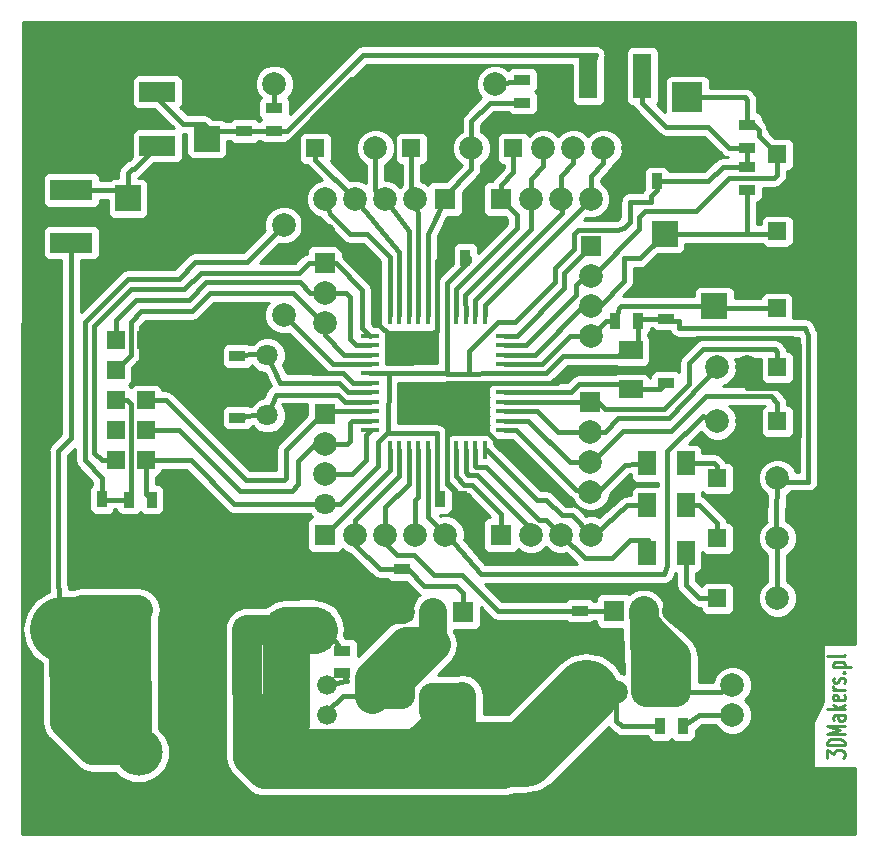
<source format=gtl>
G04 (created by PCBNEW-RS274X (2011-07-08 BZR 3044)-stable) date 2012-10-20 13:40:46*
G01*
G70*
G90*
%MOIN*%
G04 Gerber Fmt 3.4, Leading zero omitted, Abs format*
%FSLAX34Y34*%
G04 APERTURE LIST*
%ADD10C,0.006000*%
%ADD11C,0.009900*%
%ADD12R,0.070000X0.070000*%
%ADD13C,0.078700*%
%ADD14R,0.086600X0.086600*%
%ADD15R,0.140000X0.070000*%
%ADD16R,0.120000X0.065000*%
%ADD17R,0.240000X0.240000*%
%ADD18O,0.157500X0.157500*%
%ADD19R,0.070900X0.070900*%
%ADD20R,0.016000X0.060000*%
%ADD21R,0.060000X0.016000*%
%ADD22R,0.055000X0.035000*%
%ADD23R,0.035000X0.055000*%
%ADD24R,0.080000X0.060000*%
%ADD25R,0.060000X0.060000*%
%ADD26R,0.059100X0.059100*%
%ADD27C,0.070900*%
%ADD28C,0.118100*%
%ADD29C,0.066000*%
%ADD30C,0.150000*%
%ADD31C,0.098400*%
%ADD32R,0.059100X0.150000*%
%ADD33R,0.060000X0.080000*%
%ADD34R,0.098400X0.100400*%
%ADD35C,0.035000*%
%ADD36C,0.015800*%
%ADD37C,0.008000*%
%ADD38C,0.098400*%
%ADD39C,0.078700*%
%ADD40C,0.015700*%
%ADD41C,0.098500*%
%ADD42C,0.118100*%
%ADD43C,0.086600*%
%ADD44C,0.094500*%
%ADD45C,0.216500*%
%ADD46C,0.157500*%
%ADD47C,0.010000*%
G04 APERTURE END LIST*
G54D10*
G54D11*
X46348Y-39216D02*
X46348Y-38972D01*
X46573Y-39103D01*
X46573Y-39047D01*
X46601Y-39009D01*
X46629Y-38991D01*
X46685Y-38972D01*
X46826Y-38972D01*
X46882Y-38991D01*
X46911Y-39009D01*
X46939Y-39047D01*
X46939Y-39159D01*
X46911Y-39197D01*
X46882Y-39216D01*
X46939Y-38803D02*
X46348Y-38803D01*
X46348Y-38709D01*
X46376Y-38653D01*
X46432Y-38616D01*
X46488Y-38597D01*
X46601Y-38578D01*
X46685Y-38578D01*
X46798Y-38597D01*
X46854Y-38616D01*
X46911Y-38653D01*
X46939Y-38709D01*
X46939Y-38803D01*
X46939Y-38409D02*
X46348Y-38409D01*
X46770Y-38278D01*
X46348Y-38147D01*
X46939Y-38147D01*
X46939Y-37790D02*
X46629Y-37790D01*
X46573Y-37809D01*
X46545Y-37847D01*
X46545Y-37922D01*
X46573Y-37959D01*
X46911Y-37790D02*
X46939Y-37828D01*
X46939Y-37922D01*
X46911Y-37959D01*
X46854Y-37978D01*
X46798Y-37978D01*
X46742Y-37959D01*
X46714Y-37922D01*
X46714Y-37828D01*
X46685Y-37790D01*
X46939Y-37603D02*
X46348Y-37603D01*
X46714Y-37566D02*
X46939Y-37453D01*
X46545Y-37453D02*
X46770Y-37603D01*
X46911Y-37134D02*
X46939Y-37172D01*
X46939Y-37247D01*
X46911Y-37284D01*
X46854Y-37303D01*
X46629Y-37303D01*
X46573Y-37284D01*
X46545Y-37247D01*
X46545Y-37172D01*
X46573Y-37134D01*
X46629Y-37115D01*
X46685Y-37115D01*
X46742Y-37303D01*
X46939Y-36946D02*
X46545Y-36946D01*
X46657Y-36946D02*
X46601Y-36927D01*
X46573Y-36909D01*
X46545Y-36871D01*
X46545Y-36834D01*
X46911Y-36721D02*
X46939Y-36683D01*
X46939Y-36608D01*
X46911Y-36571D01*
X46854Y-36552D01*
X46826Y-36552D01*
X46770Y-36571D01*
X46742Y-36608D01*
X46742Y-36665D01*
X46714Y-36702D01*
X46657Y-36721D01*
X46629Y-36721D01*
X46573Y-36702D01*
X46545Y-36665D01*
X46545Y-36608D01*
X46573Y-36571D01*
X46882Y-36383D02*
X46911Y-36364D01*
X46939Y-36383D01*
X46911Y-36402D01*
X46882Y-36383D01*
X46939Y-36383D01*
X46545Y-36195D02*
X47136Y-36195D01*
X46573Y-36195D02*
X46545Y-36158D01*
X46545Y-36083D01*
X46573Y-36045D01*
X46601Y-36026D01*
X46657Y-36008D01*
X46826Y-36008D01*
X46882Y-36026D01*
X46911Y-36045D01*
X46939Y-36083D01*
X46939Y-36158D01*
X46911Y-36195D01*
X46939Y-35783D02*
X46911Y-35820D01*
X46854Y-35839D01*
X46348Y-35839D01*
G54D12*
X39255Y-34315D03*
G54D13*
X41255Y-34315D03*
X40255Y-34315D03*
G54D12*
X34210Y-34350D03*
G54D13*
X32210Y-34350D03*
X33210Y-34350D03*
G54D14*
X23050Y-20570D03*
X24750Y-20570D03*
G54D15*
X21160Y-22040D03*
X21160Y-20290D03*
G54D16*
X24030Y-18810D03*
G54D17*
X21530Y-17910D03*
G54D16*
X24030Y-17010D03*
G54D18*
X23404Y-39034D03*
X25404Y-39034D03*
G54D19*
X29618Y-27760D03*
G54D13*
X29618Y-28760D03*
X29618Y-29760D03*
G54D20*
X33360Y-24470D03*
X33045Y-24470D03*
X32730Y-24470D03*
X32415Y-24470D03*
X32100Y-24470D03*
X31785Y-24470D03*
X33675Y-24470D03*
X33990Y-24470D03*
X34305Y-24470D03*
X34620Y-24470D03*
X34935Y-24470D03*
X33360Y-28970D03*
X33045Y-28970D03*
X32730Y-28970D03*
X32415Y-28970D03*
X32100Y-28970D03*
X31785Y-28970D03*
X33675Y-28970D03*
X33990Y-28970D03*
X34305Y-28970D03*
X34620Y-28970D03*
X34935Y-28970D03*
G54D21*
X31110Y-26720D03*
X35610Y-26720D03*
X31110Y-27035D03*
X35610Y-27035D03*
X35610Y-27350D03*
X31110Y-27350D03*
X31110Y-27665D03*
X35610Y-27665D03*
X35610Y-27980D03*
X31110Y-27980D03*
X31110Y-28295D03*
X35610Y-28295D03*
X35610Y-26405D03*
X31110Y-26405D03*
X31110Y-26090D03*
X35610Y-26090D03*
X35610Y-25775D03*
X31110Y-25775D03*
X31110Y-25460D03*
X35610Y-25460D03*
X35610Y-25145D03*
X31110Y-25145D03*
G54D13*
X26242Y-24452D03*
X28242Y-24452D03*
X26242Y-21452D03*
X28242Y-21452D03*
G54D22*
X26700Y-25825D03*
X26700Y-26575D03*
X26700Y-27875D03*
X26700Y-27125D03*
X40994Y-25325D03*
X40994Y-24575D03*
G54D23*
X21435Y-30590D03*
X22185Y-30590D03*
G54D22*
X40984Y-25975D03*
X40984Y-26725D03*
G54D23*
X23085Y-30610D03*
X23835Y-30610D03*
G54D24*
X39814Y-25630D03*
X39814Y-26930D03*
G54D25*
X22638Y-29296D03*
G54D26*
X23638Y-29296D03*
X22638Y-28296D03*
X23638Y-28296D03*
X22638Y-27296D03*
X23638Y-27296D03*
X22638Y-26296D03*
X23638Y-26296D03*
X22638Y-25296D03*
X23638Y-25296D03*
G54D23*
X39925Y-20000D03*
X40675Y-20000D03*
X34193Y-30604D03*
X33443Y-30604D03*
X33549Y-22540D03*
X34299Y-22540D03*
G54D19*
X35480Y-31780D03*
G54D13*
X36480Y-31780D03*
X37480Y-31780D03*
X38480Y-31780D03*
G54D19*
X38494Y-22154D03*
G54D13*
X38494Y-23154D03*
X38494Y-24154D03*
X38494Y-25154D03*
G54D19*
X38466Y-27348D03*
G54D13*
X38466Y-28348D03*
X38466Y-29348D03*
X38466Y-30348D03*
G54D19*
X33612Y-20594D03*
G54D13*
X32612Y-20594D03*
X31612Y-20594D03*
X30612Y-20594D03*
X29612Y-20594D03*
G54D19*
X29624Y-31780D03*
G54D13*
X30624Y-31780D03*
X31624Y-31780D03*
X32624Y-31780D03*
X33624Y-31780D03*
G54D19*
X35486Y-20594D03*
G54D13*
X36486Y-20594D03*
X37486Y-20594D03*
X38486Y-20594D03*
G54D27*
X27700Y-25800D03*
X27700Y-27800D03*
G54D19*
X29618Y-22728D03*
G54D13*
X29618Y-23728D03*
X29618Y-24728D03*
G54D22*
X32182Y-32935D03*
X32182Y-33685D03*
X38110Y-34315D03*
X38110Y-33565D03*
G54D23*
X40045Y-24640D03*
X39295Y-24640D03*
G54D22*
X43700Y-19525D03*
X43700Y-20275D03*
G54D28*
X20750Y-40500D03*
X46000Y-15750D03*
X46000Y-40500D03*
X20500Y-15750D03*
G54D25*
X38330Y-37030D03*
G54D13*
X39330Y-37030D03*
X40330Y-37030D03*
X41330Y-37030D03*
G54D25*
X34180Y-37140D03*
G54D13*
X33180Y-37140D03*
X32180Y-37140D03*
X31180Y-37140D03*
G54D25*
X42700Y-29900D03*
G54D13*
X43700Y-29900D03*
X44700Y-29900D03*
G54D25*
X42700Y-31900D03*
G54D13*
X43700Y-31900D03*
X44700Y-31900D03*
G54D25*
X42700Y-33900D03*
G54D13*
X43700Y-33900D03*
X44700Y-33900D03*
G54D25*
X32500Y-18900D03*
G54D13*
X33500Y-18900D03*
X34500Y-18900D03*
G54D25*
X29300Y-18900D03*
G54D13*
X30300Y-18900D03*
X31300Y-18900D03*
G54D25*
X44700Y-26200D03*
G54D13*
X43700Y-26200D03*
X42700Y-26200D03*
G54D25*
X44700Y-28000D03*
G54D13*
X43700Y-28000D03*
X42700Y-28000D03*
G54D25*
X44690Y-21660D03*
G54D13*
X44690Y-20660D03*
G54D25*
X44680Y-24230D03*
G54D13*
X44680Y-23230D03*
G54D22*
X36200Y-17375D03*
X36200Y-16625D03*
G54D23*
X41543Y-38170D03*
X40793Y-38170D03*
G54D22*
X30200Y-36395D03*
X30200Y-35645D03*
G54D13*
X43200Y-36800D03*
X43200Y-37800D03*
G54D29*
X29700Y-37800D03*
X29700Y-36800D03*
G54D30*
X20860Y-34930D03*
G54D31*
X23020Y-34940D03*
X27020Y-34940D03*
G54D30*
X29250Y-34940D03*
G54D32*
X38400Y-16500D03*
X40200Y-16500D03*
G54D22*
X26930Y-18325D03*
X26930Y-19075D03*
X27922Y-17561D03*
X27922Y-18311D03*
G54D14*
X40936Y-21748D03*
X40916Y-23428D03*
X42590Y-24160D03*
X42600Y-22530D03*
X25682Y-18590D03*
X25712Y-16870D03*
G54D27*
X29618Y-30758D03*
X29618Y-21728D03*
G54D13*
X35290Y-16760D03*
X34290Y-16760D03*
X27928Y-16750D03*
X26928Y-16750D03*
G54D33*
X40350Y-32400D03*
X41650Y-32400D03*
X40350Y-30800D03*
X41650Y-30800D03*
X40350Y-29400D03*
X41650Y-29400D03*
G54D22*
X43700Y-18875D03*
X43700Y-18125D03*
G54D25*
X35900Y-18900D03*
G54D13*
X36900Y-18900D03*
X37900Y-18900D03*
X38900Y-18900D03*
X39900Y-18900D03*
G54D25*
X44700Y-19100D03*
G54D13*
X44700Y-18100D03*
G54D34*
X41700Y-17206D03*
X41700Y-19194D03*
G54D35*
X36324Y-35830D03*
G54D36*
X40675Y-20000D02*
X42400Y-20000D01*
X42875Y-19525D02*
X43700Y-19525D01*
X42400Y-20000D02*
X42875Y-19525D01*
X40500Y-20700D02*
X40500Y-20475D01*
X40500Y-20475D02*
X40675Y-20300D01*
X40675Y-20300D02*
X40675Y-20000D01*
X37930Y-22244D02*
X37930Y-21746D01*
X34414Y-26408D02*
X34414Y-25660D01*
X34414Y-25660D02*
X35384Y-24690D01*
X35384Y-24690D02*
X35964Y-24690D01*
X35964Y-24690D02*
X37284Y-23370D01*
X37284Y-23370D02*
X37284Y-22890D01*
X37284Y-22890D02*
X37930Y-22244D01*
X39548Y-21572D02*
X39592Y-21542D01*
X38066Y-21610D02*
X39381Y-21610D01*
X39381Y-21610D02*
X39548Y-21572D01*
X37930Y-21746D02*
X38066Y-21610D01*
X39800Y-20700D02*
X40500Y-20700D01*
X39592Y-21542D02*
X39792Y-21342D01*
X39792Y-21342D02*
X39792Y-20686D01*
X39792Y-20686D02*
X39800Y-20700D01*
X40200Y-16500D02*
X40200Y-17400D01*
X43075Y-18875D02*
X43700Y-18875D01*
X42400Y-18200D02*
X43075Y-18875D01*
X41000Y-18200D02*
X42400Y-18200D01*
X40200Y-17400D02*
X41000Y-18200D01*
X43700Y-19525D02*
X43700Y-18875D01*
X23638Y-30413D02*
X23835Y-30610D01*
X41428Y-24648D02*
X41428Y-24648D01*
X40994Y-24575D02*
X40110Y-24575D01*
X40110Y-24575D02*
X40045Y-24640D01*
X41428Y-24646D02*
X41065Y-24646D01*
X41065Y-24646D02*
X40994Y-24575D01*
X40045Y-24640D02*
X40045Y-25399D01*
X40045Y-25399D02*
X39814Y-25630D01*
X33360Y-28970D02*
X33360Y-30375D01*
X31728Y-28400D02*
X31738Y-26405D01*
X33360Y-28970D02*
X33350Y-28400D01*
X44710Y-30010D02*
X44700Y-29900D01*
X45730Y-30010D02*
X44710Y-30010D01*
X45730Y-25130D02*
X45730Y-30010D01*
X45630Y-24896D02*
X45730Y-25130D01*
X31770Y-28400D02*
X31728Y-28400D01*
X33350Y-28400D02*
X31770Y-28400D01*
X35610Y-26405D02*
X36989Y-26405D01*
X36989Y-26405D02*
X37564Y-25830D01*
X37564Y-25830D02*
X39354Y-25830D01*
X39354Y-25830D02*
X39814Y-25630D01*
X41428Y-24648D02*
X41428Y-24648D01*
X41428Y-24648D02*
X41428Y-24892D01*
X41428Y-24892D02*
X45630Y-24896D01*
G54D37*
X33670Y-26410D02*
X33670Y-26410D01*
G54D36*
X33700Y-26380D02*
X31738Y-26405D01*
X23638Y-29296D02*
X23638Y-30413D01*
X41428Y-24646D02*
X41428Y-24648D01*
X29618Y-30758D02*
X26592Y-30758D01*
X25134Y-29300D02*
X23638Y-29296D01*
X26592Y-30758D02*
X25134Y-29300D01*
X31728Y-28400D02*
X31678Y-28400D01*
X30130Y-30758D02*
X29618Y-30758D01*
X31400Y-29488D02*
X30130Y-30758D01*
X31400Y-28678D02*
X31400Y-29488D01*
X31678Y-28400D02*
X31400Y-28678D01*
X44700Y-29900D02*
X44660Y-31300D01*
X44660Y-31300D02*
X44700Y-31900D01*
X44700Y-31900D02*
X44670Y-31950D01*
X33360Y-30375D02*
X33443Y-30604D01*
X33670Y-26410D02*
X33670Y-26410D01*
X33670Y-26410D02*
X33675Y-24470D01*
X33681Y-23400D02*
X33675Y-24470D01*
X34433Y-22648D02*
X33681Y-23400D01*
X34427Y-22540D02*
X34433Y-22648D01*
X34299Y-22540D02*
X34427Y-22540D01*
X33670Y-26410D02*
X33700Y-26380D01*
X31110Y-26405D02*
X31738Y-26405D01*
X35610Y-26405D02*
X35167Y-26405D01*
X35167Y-26405D02*
X34414Y-26408D01*
X34414Y-26408D02*
X34328Y-26408D01*
X34328Y-26408D02*
X33670Y-26410D01*
X44670Y-31950D02*
X44700Y-33900D01*
X41428Y-24648D02*
X41428Y-24646D01*
X39925Y-20000D02*
X39925Y-18925D01*
X39925Y-18925D02*
X39900Y-18900D01*
X26930Y-19075D02*
X28025Y-19075D01*
X32180Y-16600D02*
X32240Y-16660D01*
X30500Y-16600D02*
X32180Y-16600D01*
X28025Y-19075D02*
X30500Y-16600D01*
X30300Y-18900D02*
X30600Y-18300D01*
X30600Y-18300D02*
X32240Y-16660D01*
X32240Y-16660D02*
X34290Y-16760D01*
X42600Y-22530D02*
X43032Y-22530D01*
X43732Y-23230D02*
X44680Y-23230D01*
X43032Y-22530D02*
X43732Y-23230D01*
X40984Y-25975D02*
X40984Y-25335D01*
X40984Y-25335D02*
X40994Y-25325D01*
X35610Y-26720D02*
X37354Y-26720D01*
X40599Y-26240D02*
X40984Y-25975D01*
X37834Y-26240D02*
X40599Y-26240D01*
X37354Y-26720D02*
X37834Y-26240D01*
X41289Y-26190D02*
X40719Y-26190D01*
X40719Y-26190D02*
X40984Y-25975D01*
X45411Y-26992D02*
X45411Y-25453D01*
X41289Y-25933D02*
X41289Y-26190D01*
X42008Y-25214D02*
X41289Y-25933D01*
X45172Y-25214D02*
X42008Y-25214D01*
X45411Y-25453D02*
X45172Y-25214D01*
X38110Y-33565D02*
X41183Y-33565D01*
X41255Y-33637D02*
X41255Y-34315D01*
X41183Y-33565D02*
X41255Y-33637D01*
X43700Y-28000D02*
X43700Y-29390D01*
X43700Y-29390D02*
X43700Y-29900D01*
X26930Y-19075D02*
X26930Y-19104D01*
X28970Y-21728D02*
X29618Y-21728D01*
X28868Y-21626D02*
X28970Y-21728D01*
X28868Y-21042D02*
X28868Y-21626D01*
X26930Y-19104D02*
X28868Y-21042D01*
X33675Y-27920D02*
X34564Y-27920D01*
X33675Y-30086D02*
X34193Y-30604D01*
X33675Y-28970D02*
X33675Y-30086D01*
X34564Y-27920D02*
X35470Y-28826D01*
X40916Y-23428D02*
X41702Y-23428D01*
X41702Y-23428D02*
X42600Y-22530D01*
X26138Y-16736D02*
X26928Y-16750D01*
X25712Y-16870D02*
X26138Y-16736D01*
X23638Y-26296D02*
X25600Y-26296D01*
X25900Y-26600D02*
X26700Y-26575D01*
X25600Y-26296D02*
X25900Y-26600D01*
X23638Y-25296D02*
X25068Y-25296D01*
X25912Y-24452D02*
X26242Y-24452D01*
X25068Y-25296D02*
X25912Y-24452D01*
X31110Y-26720D02*
X30540Y-26720D01*
X30540Y-26720D02*
X30208Y-26388D01*
X30208Y-26388D02*
X29206Y-26388D01*
X29206Y-26388D02*
X27270Y-24452D01*
X27270Y-24452D02*
X26242Y-24452D01*
X33360Y-24470D02*
X33360Y-25004D01*
X31264Y-23374D02*
X29618Y-21728D01*
X31264Y-24622D02*
X31264Y-23374D01*
X31912Y-25270D02*
X31264Y-24622D01*
X33094Y-25270D02*
X31912Y-25270D01*
X33360Y-25004D02*
X33094Y-25270D01*
X43690Y-26880D02*
X45360Y-26880D01*
X45360Y-26880D02*
X45411Y-26992D01*
X45411Y-26992D02*
X45424Y-27020D01*
X43660Y-29064D02*
X43700Y-29900D01*
X45424Y-27020D02*
X45424Y-28490D01*
X45424Y-28490D02*
X45114Y-28800D01*
X45114Y-28800D02*
X43924Y-28800D01*
X43924Y-28800D02*
X43660Y-29064D01*
X43700Y-26200D02*
X43690Y-26880D01*
G54D38*
X24940Y-39034D02*
X25404Y-39308D01*
X25404Y-39308D02*
X25480Y-40980D01*
X25480Y-40980D02*
X43840Y-40960D01*
X43840Y-40960D02*
X45768Y-37276D01*
X45768Y-37276D02*
X45800Y-35400D01*
X45800Y-35400D02*
X45742Y-35410D01*
X45742Y-35410D02*
X43660Y-35410D01*
G54D39*
X42600Y-35400D02*
X43660Y-35410D01*
X41255Y-34315D02*
X42600Y-35400D01*
X32210Y-34350D02*
X30866Y-34350D01*
X24940Y-32948D02*
X24940Y-39034D01*
X25552Y-32800D02*
X24940Y-32948D01*
X29886Y-32800D02*
X25552Y-32800D01*
X30488Y-33402D02*
X29886Y-32800D01*
X30488Y-33402D02*
X30488Y-33402D01*
X30866Y-34350D02*
X30488Y-33402D01*
G54D40*
X32182Y-33685D02*
X31560Y-34250D01*
X31660Y-34350D02*
X32210Y-34350D01*
X31560Y-34250D02*
X31660Y-34350D01*
X43700Y-31900D02*
X43670Y-31950D01*
X43670Y-31950D02*
X43700Y-33900D01*
G54D36*
X35610Y-26720D02*
X33680Y-26720D01*
X23638Y-25296D02*
X23638Y-26296D01*
X33460Y-22540D02*
X33360Y-22640D01*
G54D40*
X26700Y-26575D02*
X26700Y-27125D01*
X43700Y-29900D02*
X43660Y-31300D01*
X43660Y-31300D02*
X43700Y-31900D01*
G54D36*
X33360Y-22640D02*
X33360Y-24470D01*
X33549Y-22540D02*
X33460Y-22540D01*
X33675Y-26765D02*
X33675Y-27920D01*
X33675Y-27920D02*
X33675Y-28970D01*
X33680Y-26720D02*
X33675Y-26765D01*
G54D39*
X43660Y-35410D02*
X43700Y-33900D01*
G54D36*
X29618Y-23728D02*
X30302Y-23728D01*
X22638Y-24616D02*
X22638Y-25296D01*
X29618Y-23728D02*
X29132Y-23728D01*
X25074Y-23950D02*
X23304Y-23950D01*
X25654Y-23370D02*
X25074Y-23950D01*
X28774Y-23370D02*
X25654Y-23370D01*
X29132Y-23728D02*
X28774Y-23370D01*
X23304Y-23950D02*
X22638Y-24616D01*
X30644Y-25460D02*
X31110Y-25460D01*
X30434Y-25250D02*
X30644Y-25460D01*
X30434Y-23860D02*
X30434Y-25250D01*
X30302Y-23728D02*
X30434Y-23860D01*
X22170Y-29296D02*
X22638Y-29296D01*
X29972Y-22728D02*
X30854Y-23610D01*
X21932Y-29058D02*
X22170Y-29296D01*
X21932Y-24822D02*
X21932Y-29058D01*
X23164Y-23590D02*
X21932Y-24822D01*
X24924Y-23590D02*
X23164Y-23590D01*
X25474Y-23040D02*
X24924Y-23590D01*
X28756Y-23040D02*
X25474Y-23040D01*
X29068Y-22728D02*
X28756Y-23040D01*
X29618Y-22728D02*
X29972Y-22728D01*
X30854Y-24889D02*
X31110Y-25145D01*
X30854Y-23610D02*
X30854Y-24889D01*
X29618Y-22728D02*
X29068Y-22728D01*
X42100Y-33900D02*
X42700Y-33900D01*
X41650Y-33450D02*
X42100Y-33900D01*
X41650Y-32400D02*
X41650Y-33450D01*
X39814Y-26930D02*
X40779Y-26930D01*
X40779Y-26930D02*
X40984Y-26725D01*
X35610Y-27035D02*
X37809Y-27035D01*
X39452Y-26748D02*
X39814Y-26930D01*
X38096Y-26748D02*
X39452Y-26748D01*
X37809Y-27035D02*
X38096Y-26748D01*
X27968Y-27110D02*
X27700Y-27800D01*
X31110Y-27350D02*
X30284Y-27350D01*
X27223Y-27805D02*
X27700Y-27800D01*
X30284Y-27350D02*
X30044Y-27110D01*
X26700Y-27875D02*
X27223Y-27805D01*
X30044Y-27110D02*
X27968Y-27110D01*
X30399Y-27035D02*
X30074Y-26710D01*
X26700Y-25825D02*
X27163Y-25745D01*
X28128Y-26710D02*
X27700Y-25800D01*
X27163Y-25745D02*
X27700Y-25800D01*
X30074Y-26710D02*
X28128Y-26710D01*
X31110Y-27035D02*
X30399Y-27035D01*
X23170Y-19600D02*
X23240Y-19600D01*
X23240Y-19600D02*
X24030Y-18810D01*
X23050Y-20570D02*
X23050Y-19720D01*
X23050Y-19720D02*
X23170Y-19600D01*
X21160Y-20290D02*
X22770Y-20290D01*
X22770Y-20290D02*
X23050Y-20570D01*
X28345Y-18325D02*
X30890Y-15780D01*
X27908Y-18325D02*
X27922Y-18311D01*
X25835Y-18325D02*
X25760Y-18400D01*
X38640Y-15780D02*
X38400Y-16500D01*
X30890Y-15780D02*
X38640Y-15780D01*
X25760Y-18400D02*
X25682Y-18590D01*
X24030Y-17220D02*
X24900Y-18090D01*
X26930Y-18325D02*
X27908Y-18325D01*
X24030Y-17010D02*
X24030Y-17220D01*
X25570Y-18090D02*
X25760Y-18280D01*
X24900Y-18090D02*
X25570Y-18090D01*
X27890Y-18325D02*
X28345Y-18325D01*
X26930Y-18325D02*
X25835Y-18325D01*
X25760Y-18280D02*
X25682Y-18590D01*
X26930Y-18325D02*
X27890Y-18325D01*
X27922Y-17561D02*
X27922Y-16756D01*
X27922Y-16756D02*
X27928Y-16750D01*
X30200Y-36395D02*
X30338Y-36640D01*
X30338Y-36640D02*
X30308Y-36670D01*
X30308Y-36670D02*
X29700Y-36800D01*
X42100Y-30800D02*
X42700Y-31400D01*
X42700Y-31400D02*
X42700Y-31900D01*
X41650Y-30800D02*
X42100Y-30800D01*
X42700Y-29500D02*
X42700Y-29900D01*
X42600Y-29400D02*
X42700Y-29500D01*
X41650Y-29400D02*
X42600Y-29400D01*
X43200Y-37800D02*
X42090Y-37800D01*
X42090Y-37800D02*
X41543Y-38170D01*
X41330Y-37030D02*
X41798Y-37030D01*
G54D38*
X40268Y-34768D02*
X40268Y-34782D01*
X41330Y-37030D02*
X41330Y-35830D01*
G54D36*
X41798Y-37030D02*
X42810Y-37030D01*
G54D41*
X40315Y-36469D02*
X40330Y-37030D01*
X40268Y-34782D02*
X40315Y-36469D01*
G54D38*
X40330Y-37030D02*
X41330Y-37030D01*
G54D36*
X42810Y-37030D02*
X43200Y-36800D01*
G54D41*
X40255Y-34315D02*
X40268Y-34782D01*
G54D38*
X41330Y-35830D02*
X40268Y-34768D01*
G54D36*
X35290Y-16760D02*
X36165Y-16660D01*
X36165Y-16660D02*
X36200Y-16625D01*
G54D42*
X31180Y-37140D02*
X31180Y-36560D01*
X32308Y-35432D02*
X33210Y-35432D01*
X31180Y-36560D02*
X32308Y-35432D01*
G54D43*
X31180Y-37140D02*
X32180Y-37140D01*
G54D44*
X33210Y-34350D02*
X33210Y-35432D01*
G54D42*
X33210Y-35432D02*
X32180Y-36462D01*
G54D43*
X32180Y-36462D02*
X32180Y-37140D01*
G54D36*
X29700Y-37800D02*
X29682Y-37670D01*
X30212Y-37140D02*
X31180Y-37140D01*
X29682Y-37670D02*
X30212Y-37140D01*
X35900Y-18900D02*
X35900Y-19700D01*
X35486Y-20114D02*
X35486Y-20594D01*
X35900Y-19700D02*
X35486Y-20114D01*
X33990Y-23594D02*
X36024Y-21560D01*
X33990Y-24470D02*
X33990Y-23594D01*
X36024Y-21132D02*
X35486Y-20594D01*
X36024Y-21560D02*
X36024Y-21132D01*
X36486Y-19914D02*
X36486Y-20594D01*
X36900Y-19500D02*
X36486Y-19914D01*
X34275Y-23795D02*
X34305Y-24470D01*
X36495Y-21575D02*
X34275Y-23795D01*
X36486Y-20594D02*
X36495Y-21575D01*
X36900Y-18900D02*
X36900Y-19500D01*
X37900Y-19400D02*
X37486Y-19814D01*
X37486Y-20594D02*
X37525Y-21055D01*
X34620Y-23960D02*
X34620Y-24470D01*
X37525Y-21055D02*
X34620Y-23960D01*
X37900Y-18900D02*
X37900Y-19400D01*
X37486Y-19814D02*
X37486Y-20594D01*
X38900Y-18900D02*
X38900Y-19400D01*
X38486Y-19814D02*
X38486Y-20594D01*
X38900Y-19400D02*
X38486Y-19814D01*
X34965Y-24109D02*
X34935Y-24470D01*
X38450Y-20624D02*
X34965Y-24109D01*
X38486Y-20594D02*
X38450Y-20624D01*
X37594Y-23054D02*
X38494Y-22154D01*
X37594Y-23570D02*
X37594Y-23054D01*
X36019Y-25145D02*
X37594Y-23570D01*
X35610Y-25145D02*
X36019Y-25145D01*
X43700Y-18125D02*
X43700Y-17300D01*
X43606Y-17206D02*
X41700Y-17206D01*
X43700Y-17300D02*
X43606Y-17206D01*
X44700Y-19100D02*
X44700Y-19800D01*
X38546Y-23154D02*
X38494Y-23154D01*
X40100Y-21600D02*
X38546Y-23154D01*
X40100Y-21200D02*
X40100Y-21600D01*
X40300Y-21000D02*
X40100Y-21200D01*
X42000Y-21000D02*
X40300Y-21000D01*
X43100Y-19900D02*
X42000Y-21000D01*
X44600Y-19900D02*
X43100Y-19900D01*
X44700Y-19800D02*
X44600Y-19900D01*
X44700Y-19100D02*
X44100Y-18500D01*
X43925Y-18125D02*
X43700Y-18125D01*
X44100Y-18300D02*
X43925Y-18125D01*
X44100Y-18500D02*
X44100Y-18300D01*
X38280Y-23154D02*
X38494Y-23154D01*
X35610Y-25460D02*
X36304Y-25460D01*
X36304Y-25460D02*
X37974Y-23790D01*
X37974Y-23460D02*
X38280Y-23154D01*
X37974Y-23790D02*
X37974Y-23460D01*
X43700Y-20275D02*
X43700Y-21748D01*
X38494Y-24154D02*
X38774Y-24154D01*
X39592Y-23336D02*
X39592Y-22571D01*
X38774Y-24154D02*
X39592Y-23336D01*
X40936Y-21748D02*
X43700Y-21748D01*
X43700Y-21748D02*
X44602Y-21748D01*
X44602Y-21748D02*
X44690Y-21660D01*
X39592Y-22571D02*
X40113Y-22571D01*
X40113Y-22571D02*
X40936Y-21748D01*
X36609Y-25775D02*
X38230Y-24154D01*
X35610Y-25775D02*
X36609Y-25775D01*
X38230Y-24154D02*
X38494Y-24154D01*
X39295Y-24640D02*
X39409Y-24225D01*
X39474Y-24160D02*
X42590Y-24160D01*
X39409Y-24225D02*
X39474Y-24160D01*
X39295Y-24640D02*
X38988Y-24660D01*
X38988Y-24660D02*
X38494Y-25154D01*
X36834Y-26090D02*
X37770Y-25154D01*
X44680Y-24230D02*
X42694Y-24230D01*
X42694Y-24230D02*
X42590Y-24160D01*
X35610Y-26090D02*
X36834Y-26090D01*
X37770Y-25154D02*
X38494Y-25154D01*
X33612Y-20594D02*
X33045Y-21765D01*
X33045Y-21765D02*
X33045Y-24470D01*
X33612Y-20594D02*
X33612Y-20488D01*
X34500Y-19600D02*
X34500Y-18900D01*
X33612Y-20488D02*
X34500Y-19600D01*
X36200Y-17375D02*
X35125Y-17375D01*
X35125Y-17375D02*
X34500Y-18000D01*
X34500Y-18000D02*
X34500Y-18900D01*
X32500Y-20482D02*
X32612Y-20594D01*
X32730Y-21080D02*
X32730Y-24470D01*
X32612Y-20594D02*
X32730Y-21080D01*
X32500Y-18900D02*
X32500Y-20482D01*
X31300Y-18900D02*
X31300Y-20282D01*
X31300Y-20282D02*
X31612Y-20594D01*
X31612Y-20594D02*
X32415Y-21665D01*
X32415Y-21665D02*
X32415Y-24470D01*
X32100Y-22350D02*
X32100Y-24470D01*
X29300Y-18900D02*
X29300Y-19282D01*
X29300Y-19282D02*
X30612Y-20594D01*
X30540Y-20790D02*
X30612Y-20594D01*
X30612Y-20594D02*
X32100Y-22350D01*
X30540Y-20790D02*
X30612Y-20594D01*
X31030Y-21760D02*
X31785Y-22515D01*
X31785Y-22515D02*
X31785Y-24470D01*
X29780Y-21100D02*
X30440Y-21760D01*
X29612Y-20594D02*
X29780Y-21100D01*
X30440Y-21760D02*
X31030Y-21760D01*
X29618Y-24728D02*
X29552Y-24728D01*
X23136Y-25798D02*
X22638Y-26296D01*
X23136Y-24676D02*
X23136Y-25798D01*
X23500Y-24312D02*
X23136Y-24676D01*
X25194Y-24312D02*
X23500Y-24312D01*
X25784Y-23722D02*
X25194Y-24312D01*
X28546Y-23722D02*
X25784Y-23722D01*
X29552Y-24728D02*
X28546Y-23722D01*
X29618Y-24728D02*
X29618Y-25134D01*
X30259Y-25775D02*
X31110Y-25775D01*
X29618Y-25134D02*
X30259Y-25775D01*
X35480Y-31084D02*
X35480Y-31780D01*
X34504Y-30108D02*
X35480Y-31084D01*
X34264Y-30108D02*
X34504Y-30108D01*
X33990Y-29834D02*
X34264Y-30108D01*
X33990Y-28970D02*
X33990Y-29834D01*
X36480Y-31580D02*
X36480Y-31780D01*
X34692Y-29792D02*
X36480Y-31580D01*
X34392Y-29792D02*
X34692Y-29792D01*
X34305Y-29705D02*
X34392Y-29792D01*
X34305Y-28970D02*
X34305Y-29705D01*
X34620Y-28970D02*
X34620Y-29486D01*
X36976Y-31276D02*
X37480Y-31780D01*
X36758Y-31276D02*
X36976Y-31276D01*
X34992Y-29510D02*
X36758Y-31276D01*
X34638Y-29510D02*
X34992Y-29510D01*
X34620Y-29486D02*
X34638Y-29510D01*
X39866Y-31940D02*
X40390Y-31940D01*
X40390Y-31940D02*
X40350Y-32400D01*
X39800Y-31940D02*
X39866Y-31940D01*
X39180Y-32560D02*
X39800Y-31940D01*
X37480Y-31780D02*
X37490Y-31780D01*
X38270Y-32560D02*
X39180Y-32560D01*
X37490Y-31780D02*
X38270Y-32560D01*
X38480Y-31780D02*
X38580Y-31780D01*
X39700Y-30800D02*
X40350Y-30800D01*
X38580Y-31780D02*
X39700Y-30800D01*
X34935Y-28970D02*
X35026Y-28970D01*
X37836Y-31136D02*
X38480Y-31780D01*
X37508Y-31136D02*
X37836Y-31136D01*
X36998Y-30626D02*
X37508Y-31136D01*
X36682Y-30626D02*
X36998Y-30626D01*
X35026Y-28970D02*
X36682Y-30626D01*
X37970Y-30280D02*
X38466Y-30348D01*
X35985Y-28295D02*
X37970Y-30280D01*
X35610Y-28295D02*
X35985Y-28295D01*
X38466Y-30348D02*
X38722Y-30348D01*
X39628Y-29442D02*
X40350Y-29400D01*
X38722Y-30348D02*
X39628Y-29442D01*
X44700Y-28000D02*
X44700Y-27376D01*
X38518Y-29348D02*
X38466Y-29348D01*
X39544Y-28322D02*
X38518Y-29348D01*
X41148Y-28322D02*
X39544Y-28322D01*
X42320Y-27150D02*
X41148Y-28322D01*
X44474Y-27150D02*
X42320Y-27150D01*
X44700Y-27376D02*
X44474Y-27150D01*
X37794Y-29366D02*
X38466Y-29348D01*
X35610Y-27980D02*
X36370Y-27980D01*
X36370Y-27980D02*
X37794Y-29366D01*
X38944Y-28348D02*
X39390Y-27902D01*
X35610Y-27665D02*
X36699Y-27665D01*
X37382Y-28348D02*
X38466Y-28348D01*
X36699Y-27665D02*
X37382Y-28348D01*
X38466Y-28348D02*
X38944Y-28348D01*
X41078Y-27902D02*
X42700Y-26200D01*
X39390Y-27902D02*
X41078Y-27902D01*
X44604Y-25580D02*
X44700Y-25676D01*
X42204Y-25580D02*
X44604Y-25580D01*
X41750Y-26762D02*
X41744Y-26050D01*
X40916Y-27588D02*
X41750Y-26762D01*
X38954Y-27590D02*
X40916Y-27588D01*
X38644Y-27280D02*
X38954Y-27590D01*
X35610Y-27350D02*
X38350Y-27350D01*
X38350Y-27350D02*
X38466Y-27348D01*
X41744Y-26050D02*
X42204Y-25580D01*
X38466Y-27348D02*
X38644Y-27280D01*
X44700Y-25676D02*
X44700Y-26200D01*
X29618Y-27760D02*
X29512Y-27760D01*
X24320Y-27300D02*
X23638Y-27296D01*
X26988Y-29968D02*
X24320Y-27300D01*
X28238Y-29968D02*
X26988Y-29968D01*
X28324Y-29882D02*
X28238Y-29968D01*
X28324Y-28948D02*
X28324Y-29882D01*
X29512Y-27760D02*
X28324Y-28948D01*
X31110Y-27665D02*
X29713Y-27665D01*
X29713Y-27665D02*
X29618Y-27760D01*
X29618Y-28760D02*
X29284Y-28760D01*
X24754Y-28300D02*
X23638Y-28296D01*
X26774Y-30320D02*
X24754Y-28300D01*
X28504Y-30320D02*
X26774Y-30320D01*
X28724Y-30100D02*
X28504Y-30320D01*
X28724Y-29320D02*
X28724Y-30100D01*
X29284Y-28760D02*
X28724Y-29320D01*
X31110Y-27980D02*
X30524Y-27980D01*
X30334Y-28760D02*
X29618Y-28760D01*
X30434Y-28660D02*
X30334Y-28760D01*
X30434Y-28070D02*
X30434Y-28660D01*
X30524Y-27980D02*
X30434Y-28070D01*
X30994Y-28450D02*
X30994Y-29290D01*
X31110Y-28334D02*
X30994Y-28450D01*
X31110Y-28295D02*
X31110Y-28334D01*
X30524Y-29760D02*
X29618Y-29760D01*
X30994Y-29290D02*
X30524Y-29760D01*
X31785Y-29619D02*
X29624Y-31780D01*
X31785Y-28970D02*
X31785Y-29619D01*
X32182Y-32935D02*
X32375Y-32935D01*
X34210Y-33712D02*
X34210Y-34350D01*
X33980Y-33482D02*
X34210Y-33712D01*
X32922Y-33482D02*
X33980Y-33482D01*
X32375Y-32935D02*
X32922Y-33482D01*
X30624Y-31780D02*
X30624Y-32108D01*
X31451Y-32935D02*
X32182Y-32935D01*
X30624Y-32108D02*
X31451Y-32935D01*
X32100Y-28970D02*
X32100Y-29814D01*
X30624Y-31290D02*
X30624Y-31780D01*
X32100Y-29814D02*
X30624Y-31290D01*
X31624Y-31780D02*
X31624Y-32040D01*
X35387Y-34315D02*
X38110Y-34315D01*
X34196Y-33124D02*
X35387Y-34315D01*
X33262Y-33124D02*
X34196Y-33124D01*
X32586Y-32448D02*
X33262Y-33124D01*
X32032Y-32448D02*
X32586Y-32448D01*
X31624Y-32040D02*
X32032Y-32448D01*
X32415Y-28970D02*
X32415Y-30079D01*
X31624Y-30870D02*
X31624Y-31780D01*
X32415Y-30079D02*
X31624Y-30870D01*
X38110Y-34315D02*
X39255Y-34315D01*
X32624Y-30620D02*
X32624Y-31780D01*
X32730Y-30514D02*
X32624Y-30620D01*
X32730Y-28970D02*
X32730Y-30514D01*
X42700Y-28000D02*
X42204Y-27820D01*
X33694Y-31780D02*
X33624Y-31780D01*
X34814Y-33100D02*
X33694Y-31780D01*
X40932Y-33100D02*
X34814Y-33100D01*
X41032Y-32810D02*
X40932Y-33100D01*
X41032Y-29002D02*
X41032Y-32810D01*
X42204Y-27820D02*
X41032Y-29002D01*
X33045Y-31201D02*
X33624Y-31780D01*
X33045Y-28970D02*
X33045Y-31201D01*
X22185Y-30590D02*
X22185Y-29881D01*
X27004Y-22690D02*
X28242Y-21452D01*
X25298Y-22690D02*
X27004Y-22690D01*
X24734Y-23254D02*
X25298Y-22690D01*
X23052Y-23254D02*
X24734Y-23254D01*
X21610Y-24696D02*
X23052Y-23254D01*
X21610Y-29306D02*
X21610Y-24696D01*
X22185Y-29881D02*
X21610Y-29306D01*
X22638Y-27296D02*
X23010Y-27296D01*
X23140Y-30555D02*
X23085Y-30610D01*
X23140Y-27426D02*
X23140Y-30555D01*
X23010Y-27296D02*
X23140Y-27426D01*
X31110Y-26090D02*
X29880Y-26090D01*
X29880Y-26090D02*
X28242Y-24452D01*
X22205Y-30610D02*
X22185Y-30590D01*
X23085Y-30610D02*
X22205Y-30610D01*
G54D38*
X23020Y-34940D02*
X20870Y-34940D01*
X20870Y-34940D02*
X20860Y-34930D01*
X23400Y-34280D02*
X21510Y-34280D01*
X21510Y-34280D02*
X20860Y-34930D01*
G54D43*
X23404Y-39034D02*
X23400Y-34280D01*
X23400Y-34280D02*
X23400Y-34280D01*
X23400Y-34280D02*
X22320Y-35000D01*
X23404Y-39034D02*
X21854Y-39034D01*
X21854Y-39034D02*
X20882Y-38062D01*
X20882Y-38062D02*
X20860Y-34930D01*
G54D45*
X22100Y-34956D02*
X22100Y-38060D01*
X22100Y-38060D02*
X22520Y-38080D01*
X20860Y-34930D02*
X22100Y-34956D01*
X22100Y-34956D02*
X22320Y-35360D01*
X22320Y-35360D02*
X22320Y-35000D01*
G54D36*
X21160Y-22040D02*
X21160Y-28570D01*
X21160Y-28570D02*
X20730Y-29000D01*
X20730Y-29000D02*
X20730Y-33350D01*
X20730Y-33350D02*
X20860Y-34930D01*
G54D38*
X32720Y-39030D02*
X32720Y-38700D01*
X32720Y-38700D02*
X33470Y-37950D01*
X27020Y-34940D02*
X27042Y-39222D01*
X35600Y-39760D02*
X36260Y-39100D01*
X27580Y-39760D02*
X35600Y-39760D01*
X27042Y-39222D02*
X27580Y-39760D01*
X27020Y-34940D02*
X27060Y-34940D01*
X27060Y-34940D02*
X28320Y-34960D01*
G54D46*
X28320Y-34960D02*
X29250Y-34940D01*
X28320Y-34960D02*
X28320Y-38100D01*
X28320Y-38100D02*
X27992Y-39030D01*
X31480Y-39030D02*
X32720Y-39030D01*
X32720Y-39030D02*
X35036Y-39030D01*
X27992Y-39030D02*
X31480Y-39030D01*
G54D43*
X33180Y-37660D02*
X33470Y-37950D01*
X33180Y-37140D02*
X33180Y-37660D01*
X33470Y-37950D02*
X34620Y-39100D01*
G54D45*
X34620Y-39100D02*
X36260Y-39100D01*
X36260Y-39100D02*
X38330Y-37030D01*
G54D36*
X29250Y-34940D02*
X29413Y-34546D01*
X29413Y-34546D02*
X30200Y-35645D01*
X40793Y-38170D02*
X39516Y-38170D01*
X39330Y-37984D02*
X39330Y-37030D01*
X39516Y-38170D02*
X39330Y-37984D01*
G54D44*
X34180Y-37140D02*
X34180Y-38174D01*
X34180Y-38174D02*
X35036Y-39030D01*
G54D43*
X33180Y-37140D02*
X34180Y-37140D01*
G54D46*
X36420Y-39030D02*
X38330Y-37030D01*
X35036Y-39030D02*
X36420Y-39030D01*
G54D36*
X39330Y-37030D02*
X38330Y-37030D01*
G54D10*
G36*
X29734Y-26381D02*
X28337Y-26381D01*
X28217Y-26126D01*
X28303Y-25921D01*
X28303Y-25681D01*
X28212Y-25459D01*
X28042Y-25289D01*
X27821Y-25197D01*
X27581Y-25197D01*
X27359Y-25288D01*
X27225Y-25421D01*
X27196Y-25418D01*
X27152Y-25422D01*
X27106Y-25421D01*
X27082Y-25425D01*
X27025Y-25401D01*
X26926Y-25401D01*
X26376Y-25401D01*
X26284Y-25439D01*
X26214Y-25509D01*
X26176Y-25600D01*
X26176Y-25699D01*
X26176Y-26049D01*
X26214Y-26141D01*
X26284Y-26211D01*
X26375Y-26249D01*
X26474Y-26249D01*
X27024Y-26249D01*
X27116Y-26211D01*
X27186Y-26141D01*
X27187Y-26138D01*
X27188Y-26141D01*
X27358Y-26311D01*
X27579Y-26403D01*
X27620Y-26403D01*
X27817Y-26821D01*
X27795Y-26837D01*
X27735Y-26877D01*
X27731Y-26881D01*
X27730Y-26883D01*
X27703Y-26924D01*
X27664Y-26984D01*
X27663Y-26987D01*
X27661Y-26991D01*
X27580Y-27197D01*
X27359Y-27288D01*
X27189Y-27458D01*
X27180Y-27479D01*
X27179Y-27479D01*
X27113Y-27487D01*
X27025Y-27451D01*
X26926Y-27451D01*
X26376Y-27451D01*
X26284Y-27489D01*
X26214Y-27559D01*
X26176Y-27650D01*
X26176Y-27749D01*
X26176Y-28099D01*
X26214Y-28191D01*
X26284Y-28261D01*
X26375Y-28299D01*
X26474Y-28299D01*
X27024Y-28299D01*
X27116Y-28261D01*
X27186Y-28191D01*
X27201Y-28154D01*
X27358Y-28311D01*
X27579Y-28403D01*
X27819Y-28403D01*
X28041Y-28312D01*
X28211Y-28142D01*
X28303Y-27921D01*
X28303Y-27681D01*
X28212Y-27459D01*
X28192Y-27439D01*
X29015Y-27439D01*
X29015Y-27455D01*
X29015Y-27791D01*
X28091Y-28715D01*
X28020Y-28822D01*
X27994Y-28948D01*
X27995Y-28952D01*
X27995Y-29639D01*
X27125Y-29639D01*
X24554Y-27068D01*
X24553Y-27067D01*
X24532Y-27053D01*
X24448Y-26996D01*
X24396Y-26985D01*
X24320Y-26970D01*
X24315Y-26970D01*
X24182Y-26970D01*
X24182Y-26952D01*
X24144Y-26860D01*
X24074Y-26790D01*
X23983Y-26752D01*
X23884Y-26752D01*
X23294Y-26752D01*
X23202Y-26790D01*
X23138Y-26854D01*
X23080Y-26796D01*
X23144Y-26732D01*
X23182Y-26641D01*
X23182Y-26542D01*
X23182Y-26217D01*
X23366Y-26032D01*
X23368Y-26031D01*
X23369Y-26031D01*
X23440Y-25924D01*
X23465Y-25798D01*
X23465Y-24812D01*
X23636Y-24641D01*
X25189Y-24641D01*
X25194Y-24642D01*
X25194Y-24641D01*
X25320Y-24616D01*
X25427Y-24545D01*
X25920Y-24051D01*
X27734Y-24051D01*
X27698Y-24087D01*
X27599Y-24323D01*
X27599Y-24579D01*
X27697Y-24815D01*
X27877Y-24996D01*
X28113Y-25095D01*
X28369Y-25095D01*
X28404Y-25080D01*
X29645Y-26320D01*
X29647Y-26323D01*
X29734Y-26381D01*
X29734Y-26381D01*
G37*
G54D47*
X29734Y-26381D02*
X28337Y-26381D01*
X28217Y-26126D01*
X28303Y-25921D01*
X28303Y-25681D01*
X28212Y-25459D01*
X28042Y-25289D01*
X27821Y-25197D01*
X27581Y-25197D01*
X27359Y-25288D01*
X27225Y-25421D01*
X27196Y-25418D01*
X27152Y-25422D01*
X27106Y-25421D01*
X27082Y-25425D01*
X27025Y-25401D01*
X26926Y-25401D01*
X26376Y-25401D01*
X26284Y-25439D01*
X26214Y-25509D01*
X26176Y-25600D01*
X26176Y-25699D01*
X26176Y-26049D01*
X26214Y-26141D01*
X26284Y-26211D01*
X26375Y-26249D01*
X26474Y-26249D01*
X27024Y-26249D01*
X27116Y-26211D01*
X27186Y-26141D01*
X27187Y-26138D01*
X27188Y-26141D01*
X27358Y-26311D01*
X27579Y-26403D01*
X27620Y-26403D01*
X27817Y-26821D01*
X27795Y-26837D01*
X27735Y-26877D01*
X27731Y-26881D01*
X27730Y-26883D01*
X27703Y-26924D01*
X27664Y-26984D01*
X27663Y-26987D01*
X27661Y-26991D01*
X27580Y-27197D01*
X27359Y-27288D01*
X27189Y-27458D01*
X27180Y-27479D01*
X27179Y-27479D01*
X27113Y-27487D01*
X27025Y-27451D01*
X26926Y-27451D01*
X26376Y-27451D01*
X26284Y-27489D01*
X26214Y-27559D01*
X26176Y-27650D01*
X26176Y-27749D01*
X26176Y-28099D01*
X26214Y-28191D01*
X26284Y-28261D01*
X26375Y-28299D01*
X26474Y-28299D01*
X27024Y-28299D01*
X27116Y-28261D01*
X27186Y-28191D01*
X27201Y-28154D01*
X27358Y-28311D01*
X27579Y-28403D01*
X27819Y-28403D01*
X28041Y-28312D01*
X28211Y-28142D01*
X28303Y-27921D01*
X28303Y-27681D01*
X28212Y-27459D01*
X28192Y-27439D01*
X29015Y-27439D01*
X29015Y-27455D01*
X29015Y-27791D01*
X28091Y-28715D01*
X28020Y-28822D01*
X27994Y-28948D01*
X27995Y-28952D01*
X27995Y-29639D01*
X27125Y-29639D01*
X24554Y-27068D01*
X24553Y-27067D01*
X24532Y-27053D01*
X24448Y-26996D01*
X24396Y-26985D01*
X24320Y-26970D01*
X24315Y-26970D01*
X24182Y-26970D01*
X24182Y-26952D01*
X24144Y-26860D01*
X24074Y-26790D01*
X23983Y-26752D01*
X23884Y-26752D01*
X23294Y-26752D01*
X23202Y-26790D01*
X23138Y-26854D01*
X23080Y-26796D01*
X23144Y-26732D01*
X23182Y-26641D01*
X23182Y-26542D01*
X23182Y-26217D01*
X23366Y-26032D01*
X23368Y-26031D01*
X23369Y-26031D01*
X23440Y-25924D01*
X23465Y-25798D01*
X23465Y-24812D01*
X23636Y-24641D01*
X25189Y-24641D01*
X25194Y-24642D01*
X25194Y-24641D01*
X25320Y-24616D01*
X25427Y-24545D01*
X25920Y-24051D01*
X27734Y-24051D01*
X27698Y-24087D01*
X27599Y-24323D01*
X27599Y-24579D01*
X27697Y-24815D01*
X27877Y-24996D01*
X28113Y-25095D01*
X28369Y-25095D01*
X28404Y-25080D01*
X29645Y-26320D01*
X29647Y-26323D01*
X29734Y-26381D01*
G54D10*
G36*
X33343Y-24893D02*
X33341Y-26056D01*
X31734Y-26076D01*
X31659Y-26076D01*
X31659Y-25961D01*
X31647Y-25932D01*
X31659Y-25905D01*
X31659Y-25806D01*
X31659Y-25646D01*
X31647Y-25617D01*
X31659Y-25590D01*
X31659Y-25491D01*
X31659Y-25331D01*
X31647Y-25302D01*
X31659Y-25275D01*
X31659Y-25176D01*
X31659Y-25019D01*
X31754Y-25019D01*
X31914Y-25019D01*
X31942Y-25007D01*
X31970Y-25019D01*
X32069Y-25019D01*
X32229Y-25019D01*
X32257Y-25007D01*
X32285Y-25019D01*
X32384Y-25019D01*
X32544Y-25019D01*
X32572Y-25007D01*
X32600Y-25019D01*
X32699Y-25019D01*
X32859Y-25019D01*
X32887Y-25007D01*
X32915Y-25019D01*
X33014Y-25019D01*
X33174Y-25019D01*
X33266Y-24981D01*
X33336Y-24911D01*
X33343Y-24893D01*
X33343Y-24893D01*
G37*
G54D47*
X33343Y-24893D02*
X33341Y-26056D01*
X31734Y-26076D01*
X31659Y-26076D01*
X31659Y-25961D01*
X31647Y-25932D01*
X31659Y-25905D01*
X31659Y-25806D01*
X31659Y-25646D01*
X31647Y-25617D01*
X31659Y-25590D01*
X31659Y-25491D01*
X31659Y-25331D01*
X31647Y-25302D01*
X31659Y-25275D01*
X31659Y-25176D01*
X31659Y-25019D01*
X31754Y-25019D01*
X31914Y-25019D01*
X31942Y-25007D01*
X31970Y-25019D01*
X32069Y-25019D01*
X32229Y-25019D01*
X32257Y-25007D01*
X32285Y-25019D01*
X32384Y-25019D01*
X32544Y-25019D01*
X32572Y-25007D01*
X32600Y-25019D01*
X32699Y-25019D01*
X32859Y-25019D01*
X32887Y-25007D01*
X32915Y-25019D01*
X33014Y-25019D01*
X33174Y-25019D01*
X33266Y-24981D01*
X33336Y-24911D01*
X33343Y-24893D01*
G54D10*
G36*
X35193Y-26734D02*
X35169Y-26744D01*
X35099Y-26814D01*
X35061Y-26905D01*
X35061Y-27004D01*
X35061Y-27164D01*
X35072Y-27192D01*
X35061Y-27220D01*
X35061Y-27319D01*
X35061Y-27479D01*
X35072Y-27507D01*
X35061Y-27535D01*
X35061Y-27634D01*
X35061Y-27794D01*
X35072Y-27822D01*
X35061Y-27850D01*
X35061Y-27949D01*
X35061Y-28109D01*
X35072Y-28137D01*
X35061Y-28165D01*
X35061Y-28264D01*
X35061Y-28421D01*
X34966Y-28421D01*
X34806Y-28421D01*
X34777Y-28432D01*
X34750Y-28421D01*
X34651Y-28421D01*
X34491Y-28421D01*
X34462Y-28432D01*
X34435Y-28421D01*
X34336Y-28421D01*
X34176Y-28421D01*
X34147Y-28432D01*
X34120Y-28421D01*
X34021Y-28421D01*
X33861Y-28421D01*
X33769Y-28459D01*
X33699Y-28529D01*
X33682Y-28569D01*
X33679Y-28400D01*
X33679Y-28394D01*
X33664Y-28326D01*
X33654Y-28274D01*
X33652Y-28271D01*
X33652Y-28269D01*
X33615Y-28216D01*
X33583Y-28167D01*
X33580Y-28165D01*
X33579Y-28163D01*
X33524Y-28128D01*
X33476Y-28096D01*
X33473Y-28095D01*
X33471Y-28094D01*
X33412Y-28083D01*
X33350Y-28071D01*
X33344Y-28071D01*
X32058Y-28071D01*
X32065Y-26730D01*
X33540Y-26712D01*
X33543Y-26714D01*
X33544Y-26714D01*
X33545Y-26714D01*
X33569Y-26719D01*
X33669Y-26739D01*
X33670Y-26740D01*
X33670Y-26739D01*
X33671Y-26739D01*
X33674Y-26738D01*
X34328Y-26737D01*
X34329Y-26737D01*
X34414Y-26737D01*
X34414Y-26736D01*
X34415Y-26737D01*
X35167Y-26734D01*
X35168Y-26734D01*
X35193Y-26734D01*
X35193Y-26734D01*
G37*
G54D47*
X35193Y-26734D02*
X35169Y-26744D01*
X35099Y-26814D01*
X35061Y-26905D01*
X35061Y-27004D01*
X35061Y-27164D01*
X35072Y-27192D01*
X35061Y-27220D01*
X35061Y-27319D01*
X35061Y-27479D01*
X35072Y-27507D01*
X35061Y-27535D01*
X35061Y-27634D01*
X35061Y-27794D01*
X35072Y-27822D01*
X35061Y-27850D01*
X35061Y-27949D01*
X35061Y-28109D01*
X35072Y-28137D01*
X35061Y-28165D01*
X35061Y-28264D01*
X35061Y-28421D01*
X34966Y-28421D01*
X34806Y-28421D01*
X34777Y-28432D01*
X34750Y-28421D01*
X34651Y-28421D01*
X34491Y-28421D01*
X34462Y-28432D01*
X34435Y-28421D01*
X34336Y-28421D01*
X34176Y-28421D01*
X34147Y-28432D01*
X34120Y-28421D01*
X34021Y-28421D01*
X33861Y-28421D01*
X33769Y-28459D01*
X33699Y-28529D01*
X33682Y-28569D01*
X33679Y-28400D01*
X33679Y-28394D01*
X33664Y-28326D01*
X33654Y-28274D01*
X33652Y-28271D01*
X33652Y-28269D01*
X33615Y-28216D01*
X33583Y-28167D01*
X33580Y-28165D01*
X33579Y-28163D01*
X33524Y-28128D01*
X33476Y-28096D01*
X33473Y-28095D01*
X33471Y-28094D01*
X33412Y-28083D01*
X33350Y-28071D01*
X33344Y-28071D01*
X32058Y-28071D01*
X32065Y-26730D01*
X33540Y-26712D01*
X33543Y-26714D01*
X33544Y-26714D01*
X33545Y-26714D01*
X33569Y-26719D01*
X33669Y-26739D01*
X33670Y-26740D01*
X33670Y-26739D01*
X33671Y-26739D01*
X33674Y-26738D01*
X34328Y-26737D01*
X34329Y-26737D01*
X34414Y-26737D01*
X34414Y-26736D01*
X34415Y-26737D01*
X35167Y-26734D01*
X35168Y-26734D01*
X35193Y-26734D01*
G54D10*
G36*
X38015Y-32771D02*
X34966Y-32771D01*
X34256Y-31934D01*
X34267Y-31909D01*
X34267Y-31653D01*
X34169Y-31417D01*
X33989Y-31236D01*
X33753Y-31137D01*
X33497Y-31137D01*
X33461Y-31151D01*
X33437Y-31128D01*
X33667Y-31128D01*
X33759Y-31090D01*
X33829Y-31020D01*
X33867Y-30929D01*
X33867Y-30830D01*
X33867Y-30280D01*
X33829Y-30188D01*
X33759Y-30118D01*
X33689Y-30088D01*
X33689Y-29964D01*
X33757Y-30067D01*
X34029Y-30338D01*
X34031Y-30341D01*
X34138Y-30412D01*
X34264Y-30437D01*
X34367Y-30437D01*
X35107Y-31177D01*
X35077Y-31177D01*
X34985Y-31215D01*
X34915Y-31285D01*
X34877Y-31376D01*
X34877Y-31475D01*
X34877Y-32183D01*
X34915Y-32275D01*
X34985Y-32345D01*
X35076Y-32383D01*
X35175Y-32383D01*
X35883Y-32383D01*
X35975Y-32345D01*
X36045Y-32275D01*
X36051Y-32259D01*
X36115Y-32324D01*
X36351Y-32423D01*
X36607Y-32423D01*
X36843Y-32325D01*
X36980Y-32188D01*
X37115Y-32324D01*
X37351Y-32423D01*
X37607Y-32423D01*
X37649Y-32405D01*
X38015Y-32771D01*
X38015Y-32771D01*
G37*
G54D47*
X38015Y-32771D02*
X34966Y-32771D01*
X34256Y-31934D01*
X34267Y-31909D01*
X34267Y-31653D01*
X34169Y-31417D01*
X33989Y-31236D01*
X33753Y-31137D01*
X33497Y-31137D01*
X33461Y-31151D01*
X33437Y-31128D01*
X33667Y-31128D01*
X33759Y-31090D01*
X33829Y-31020D01*
X33867Y-30929D01*
X33867Y-30830D01*
X33867Y-30280D01*
X33829Y-30188D01*
X33759Y-30118D01*
X33689Y-30088D01*
X33689Y-29964D01*
X33757Y-30067D01*
X34029Y-30338D01*
X34031Y-30341D01*
X34138Y-30412D01*
X34264Y-30437D01*
X34367Y-30437D01*
X35107Y-31177D01*
X35077Y-31177D01*
X34985Y-31215D01*
X34915Y-31285D01*
X34877Y-31376D01*
X34877Y-31475D01*
X34877Y-32183D01*
X34915Y-32275D01*
X34985Y-32345D01*
X35076Y-32383D01*
X35175Y-32383D01*
X35883Y-32383D01*
X35975Y-32345D01*
X36045Y-32275D01*
X36051Y-32259D01*
X36115Y-32324D01*
X36351Y-32423D01*
X36607Y-32423D01*
X36843Y-32325D01*
X36980Y-32188D01*
X37115Y-32324D01*
X37351Y-32423D01*
X37607Y-32423D01*
X37649Y-32405D01*
X38015Y-32771D01*
G54D10*
G36*
X39571Y-36434D02*
X39477Y-36394D01*
X39272Y-36088D01*
X38840Y-35799D01*
X38330Y-35698D01*
X37820Y-35799D01*
X37388Y-36088D01*
X35708Y-37768D01*
X34902Y-37768D01*
X34902Y-37140D01*
X34847Y-36864D01*
X34691Y-36629D01*
X34456Y-36473D01*
X34180Y-36418D01*
X33984Y-36457D01*
X33373Y-36457D01*
X33804Y-36026D01*
X33985Y-35754D01*
X33986Y-35753D01*
X34050Y-35432D01*
X33986Y-35111D01*
X33932Y-35031D01*
X33932Y-35030D01*
X33932Y-34949D01*
X34609Y-34949D01*
X34701Y-34911D01*
X34771Y-34841D01*
X34809Y-34750D01*
X34809Y-34651D01*
X34809Y-34202D01*
X35152Y-34545D01*
X35154Y-34548D01*
X35261Y-34619D01*
X35387Y-34644D01*
X37637Y-34644D01*
X37694Y-34701D01*
X37785Y-34739D01*
X37884Y-34739D01*
X38434Y-34739D01*
X38526Y-34701D01*
X38583Y-34644D01*
X38656Y-34644D01*
X38656Y-34714D01*
X38694Y-34806D01*
X38764Y-34876D01*
X38855Y-34914D01*
X38954Y-34914D01*
X39529Y-34914D01*
X39571Y-36434D01*
X39571Y-36434D01*
G37*
G54D47*
X39571Y-36434D02*
X39477Y-36394D01*
X39272Y-36088D01*
X38840Y-35799D01*
X38330Y-35698D01*
X37820Y-35799D01*
X37388Y-36088D01*
X35708Y-37768D01*
X34902Y-37768D01*
X34902Y-37140D01*
X34847Y-36864D01*
X34691Y-36629D01*
X34456Y-36473D01*
X34180Y-36418D01*
X33984Y-36457D01*
X33373Y-36457D01*
X33804Y-36026D01*
X33985Y-35754D01*
X33986Y-35753D01*
X34050Y-35432D01*
X33986Y-35111D01*
X33932Y-35031D01*
X33932Y-35030D01*
X33932Y-34949D01*
X34609Y-34949D01*
X34701Y-34911D01*
X34771Y-34841D01*
X34809Y-34750D01*
X34809Y-34651D01*
X34809Y-34202D01*
X35152Y-34545D01*
X35154Y-34548D01*
X35261Y-34619D01*
X35387Y-34644D01*
X37637Y-34644D01*
X37694Y-34701D01*
X37785Y-34739D01*
X37884Y-34739D01*
X38434Y-34739D01*
X38526Y-34701D01*
X38583Y-34644D01*
X38656Y-34644D01*
X38656Y-34714D01*
X38694Y-34806D01*
X38764Y-34876D01*
X38855Y-34914D01*
X38954Y-34914D01*
X39529Y-34914D01*
X39571Y-36434D01*
G54D10*
G36*
X40703Y-30152D02*
X40700Y-30151D01*
X40601Y-30151D01*
X40001Y-30151D01*
X39909Y-30189D01*
X39839Y-30259D01*
X39801Y-30350D01*
X39801Y-30449D01*
X39801Y-30471D01*
X39721Y-30471D01*
X39700Y-30471D01*
X39656Y-30479D01*
X39594Y-30488D01*
X39583Y-30494D01*
X39574Y-30496D01*
X39533Y-30522D01*
X39483Y-30552D01*
X38747Y-31195D01*
X38609Y-31137D01*
X38353Y-31137D01*
X38317Y-31151D01*
X38069Y-30903D01*
X37962Y-30832D01*
X37836Y-30806D01*
X37831Y-30807D01*
X37644Y-30807D01*
X37231Y-30393D01*
X37124Y-30322D01*
X36998Y-30296D01*
X36993Y-30297D01*
X36818Y-30297D01*
X35264Y-28742D01*
X35264Y-28624D01*
X35359Y-28624D01*
X35610Y-28624D01*
X35848Y-28624D01*
X37737Y-30512D01*
X37771Y-30535D01*
X37804Y-30564D01*
X37825Y-30571D01*
X37844Y-30584D01*
X37870Y-30589D01*
X37921Y-30711D01*
X38101Y-30892D01*
X38337Y-30991D01*
X38593Y-30991D01*
X38829Y-30893D01*
X39010Y-30713D01*
X39109Y-30477D01*
X39109Y-30426D01*
X39772Y-29762D01*
X39801Y-29761D01*
X39801Y-29849D01*
X39839Y-29941D01*
X39909Y-30011D01*
X40000Y-30049D01*
X40099Y-30049D01*
X40699Y-30049D01*
X40703Y-30047D01*
X40703Y-30152D01*
X40703Y-30152D01*
G37*
G54D47*
X40703Y-30152D02*
X40700Y-30151D01*
X40601Y-30151D01*
X40001Y-30151D01*
X39909Y-30189D01*
X39839Y-30259D01*
X39801Y-30350D01*
X39801Y-30449D01*
X39801Y-30471D01*
X39721Y-30471D01*
X39700Y-30471D01*
X39656Y-30479D01*
X39594Y-30488D01*
X39583Y-30494D01*
X39574Y-30496D01*
X39533Y-30522D01*
X39483Y-30552D01*
X38747Y-31195D01*
X38609Y-31137D01*
X38353Y-31137D01*
X38317Y-31151D01*
X38069Y-30903D01*
X37962Y-30832D01*
X37836Y-30806D01*
X37831Y-30807D01*
X37644Y-30807D01*
X37231Y-30393D01*
X37124Y-30322D01*
X36998Y-30296D01*
X36993Y-30297D01*
X36818Y-30297D01*
X35264Y-28742D01*
X35264Y-28624D01*
X35359Y-28624D01*
X35610Y-28624D01*
X35848Y-28624D01*
X37737Y-30512D01*
X37771Y-30535D01*
X37804Y-30564D01*
X37825Y-30571D01*
X37844Y-30584D01*
X37870Y-30589D01*
X37921Y-30711D01*
X38101Y-30892D01*
X38337Y-30991D01*
X38593Y-30991D01*
X38829Y-30893D01*
X39010Y-30713D01*
X39109Y-30477D01*
X39109Y-30426D01*
X39772Y-29762D01*
X39801Y-29761D01*
X39801Y-29849D01*
X39839Y-29941D01*
X39909Y-30011D01*
X40000Y-30049D01*
X40099Y-30049D01*
X40699Y-30049D01*
X40703Y-30047D01*
X40703Y-30152D01*
G54D10*
G36*
X47280Y-14700D02*
X47272Y-35428D01*
X45889Y-35428D01*
X45889Y-39571D01*
X47270Y-39571D01*
X47270Y-41760D01*
X19530Y-41740D01*
X19532Y-34927D01*
X19619Y-35414D01*
X19898Y-35852D01*
X20184Y-36052D01*
X20199Y-38067D01*
X20221Y-38174D01*
X20251Y-38324D01*
X20252Y-38326D01*
X20253Y-38327D01*
X20254Y-38329D01*
X20399Y-38545D01*
X20402Y-38548D01*
X21371Y-39517D01*
X21592Y-39664D01*
X21593Y-39665D01*
X21854Y-39717D01*
X22629Y-39717D01*
X22807Y-39895D01*
X23181Y-40051D01*
X23585Y-40051D01*
X23625Y-40051D01*
X23999Y-39897D01*
X24285Y-39611D01*
X24441Y-39237D01*
X24441Y-38833D01*
X24287Y-38459D01*
X24083Y-38255D01*
X24083Y-34568D01*
X24086Y-34564D01*
X24142Y-34280D01*
X24086Y-33996D01*
X23925Y-33755D01*
X23684Y-33594D01*
X23400Y-33538D01*
X21510Y-33538D01*
X21226Y-33594D01*
X21209Y-33604D01*
X21080Y-33602D01*
X21059Y-33335D01*
X21059Y-29137D01*
X21281Y-28915D01*
X21281Y-29301D01*
X21280Y-29306D01*
X21306Y-29432D01*
X21377Y-29539D01*
X21856Y-30018D01*
X21856Y-30117D01*
X21799Y-30174D01*
X21761Y-30265D01*
X21761Y-30364D01*
X21761Y-30914D01*
X21799Y-31006D01*
X21869Y-31076D01*
X21960Y-31114D01*
X22059Y-31114D01*
X22409Y-31114D01*
X22501Y-31076D01*
X22571Y-31006D01*
X22598Y-30939D01*
X22663Y-30939D01*
X22699Y-31026D01*
X22769Y-31096D01*
X22860Y-31134D01*
X22959Y-31134D01*
X23309Y-31134D01*
X23401Y-31096D01*
X23460Y-31037D01*
X23519Y-31096D01*
X23610Y-31134D01*
X23709Y-31134D01*
X24059Y-31134D01*
X24151Y-31096D01*
X24221Y-31026D01*
X24259Y-30935D01*
X24259Y-30836D01*
X24259Y-30286D01*
X24221Y-30194D01*
X24151Y-30124D01*
X24060Y-30086D01*
X23967Y-30086D01*
X23967Y-29840D01*
X23982Y-29840D01*
X24074Y-29802D01*
X24144Y-29732D01*
X24182Y-29641D01*
X24182Y-29626D01*
X24997Y-29629D01*
X26357Y-30988D01*
X26359Y-30991D01*
X26465Y-31061D01*
X26466Y-31062D01*
X26566Y-31081D01*
X26591Y-31087D01*
X26591Y-31086D01*
X26592Y-31087D01*
X29101Y-31087D01*
X29106Y-31099D01*
X29194Y-31187D01*
X29129Y-31215D01*
X29059Y-31285D01*
X29021Y-31376D01*
X29021Y-31475D01*
X29021Y-32183D01*
X29059Y-32275D01*
X29129Y-32345D01*
X29220Y-32383D01*
X29319Y-32383D01*
X30027Y-32383D01*
X30119Y-32345D01*
X30189Y-32275D01*
X30195Y-32259D01*
X30259Y-32324D01*
X30457Y-32407D01*
X31216Y-33165D01*
X31218Y-33168D01*
X31325Y-33239D01*
X31451Y-33264D01*
X31709Y-33264D01*
X31766Y-33321D01*
X31857Y-33359D01*
X31956Y-33359D01*
X32333Y-33359D01*
X32687Y-33712D01*
X32689Y-33715D01*
X32787Y-33780D01*
X32699Y-33839D01*
X32543Y-34074D01*
X32488Y-34350D01*
X32488Y-34592D01*
X32308Y-34592D01*
X31986Y-34656D01*
X31714Y-34838D01*
X30724Y-35828D01*
X30724Y-35771D01*
X30724Y-35421D01*
X30686Y-35329D01*
X30616Y-35259D01*
X30525Y-35221D01*
X30426Y-35221D01*
X30301Y-35221D01*
X30247Y-35146D01*
X30250Y-35140D01*
X30250Y-35126D01*
X30287Y-34919D01*
X30250Y-34752D01*
X30250Y-34742D01*
X30244Y-34729D01*
X30199Y-34524D01*
X30103Y-34387D01*
X30098Y-34374D01*
X30085Y-34361D01*
X29967Y-34192D01*
X29824Y-34100D01*
X29817Y-34093D01*
X29804Y-34087D01*
X29627Y-33974D01*
X29462Y-33945D01*
X29450Y-33940D01*
X29433Y-33940D01*
X29228Y-33904D01*
X28298Y-33923D01*
X28113Y-33963D01*
X27923Y-34002D01*
X27912Y-34008D01*
X27903Y-34011D01*
X27762Y-34109D01*
X27617Y-34206D01*
X27171Y-34199D01*
X27168Y-34198D01*
X27072Y-34198D01*
X27060Y-34198D01*
X27020Y-34198D01*
X27018Y-34198D01*
X27016Y-34198D01*
X26873Y-34198D01*
X26739Y-34253D01*
X26738Y-34253D01*
X26736Y-34254D01*
X26735Y-34254D01*
X26732Y-34255D01*
X26726Y-34258D01*
X26600Y-34311D01*
X26496Y-34413D01*
X26495Y-34415D01*
X26494Y-34416D01*
X26493Y-34416D01*
X26492Y-34418D01*
X26491Y-34419D01*
X26391Y-34519D01*
X26334Y-34654D01*
X26334Y-34656D01*
X26333Y-34657D01*
X26333Y-34659D01*
X26278Y-34792D01*
X26278Y-34940D01*
X26278Y-34941D01*
X26278Y-34944D01*
X26278Y-35087D01*
X26278Y-35088D01*
X26300Y-39226D01*
X26322Y-39338D01*
X26356Y-39506D01*
X26357Y-39508D01*
X26358Y-39510D01*
X26423Y-39606D01*
X26517Y-39747D01*
X26519Y-39749D01*
X26520Y-39750D01*
X27052Y-40281D01*
X27055Y-40285D01*
X27295Y-40445D01*
X27296Y-40446D01*
X27523Y-40490D01*
X27579Y-40502D01*
X27579Y-40501D01*
X27580Y-40502D01*
X35600Y-40502D01*
X35884Y-40446D01*
X35904Y-40432D01*
X36260Y-40432D01*
X36770Y-40331D01*
X37202Y-40042D01*
X39069Y-38174D01*
X39097Y-38217D01*
X39283Y-38403D01*
X39390Y-38474D01*
X39516Y-38499D01*
X40371Y-38499D01*
X40407Y-38586D01*
X40477Y-38656D01*
X40568Y-38694D01*
X40667Y-38694D01*
X41017Y-38694D01*
X41109Y-38656D01*
X41168Y-38597D01*
X41227Y-38656D01*
X41318Y-38694D01*
X41417Y-38694D01*
X41767Y-38694D01*
X41859Y-38656D01*
X41929Y-38586D01*
X41967Y-38495D01*
X41967Y-38396D01*
X41967Y-38279D01*
X42189Y-38129D01*
X42640Y-38129D01*
X42655Y-38163D01*
X42835Y-38344D01*
X43071Y-38443D01*
X43327Y-38443D01*
X43563Y-38345D01*
X43744Y-38165D01*
X43843Y-37929D01*
X43843Y-37673D01*
X43745Y-37437D01*
X43608Y-37299D01*
X43744Y-37165D01*
X43843Y-36929D01*
X43843Y-36673D01*
X43745Y-36437D01*
X43565Y-36256D01*
X43329Y-36157D01*
X43073Y-36157D01*
X42837Y-36255D01*
X42656Y-36435D01*
X42557Y-36671D01*
X42557Y-36701D01*
X42072Y-36701D01*
X42072Y-35830D01*
X42071Y-35829D01*
X42072Y-35829D01*
X42060Y-35773D01*
X42016Y-35546D01*
X42015Y-35545D01*
X41855Y-35305D01*
X41851Y-35302D01*
X41001Y-34451D01*
X40997Y-34294D01*
X40933Y-34012D01*
X40765Y-33776D01*
X40520Y-33621D01*
X40234Y-33573D01*
X39952Y-33637D01*
X39763Y-33771D01*
X39746Y-33754D01*
X39655Y-33716D01*
X39556Y-33716D01*
X38856Y-33716D01*
X38764Y-33754D01*
X38694Y-33824D01*
X38656Y-33915D01*
X38656Y-33986D01*
X38583Y-33986D01*
X38526Y-33929D01*
X38435Y-33891D01*
X38336Y-33891D01*
X37786Y-33891D01*
X37694Y-33929D01*
X37637Y-33986D01*
X35523Y-33986D01*
X34966Y-33429D01*
X40932Y-33429D01*
X40943Y-33426D01*
X40952Y-33428D01*
X41001Y-33415D01*
X41058Y-33404D01*
X41066Y-33398D01*
X41076Y-33396D01*
X41114Y-33366D01*
X41165Y-33333D01*
X41171Y-33322D01*
X41178Y-33318D01*
X41200Y-33278D01*
X41236Y-33226D01*
X41238Y-33215D01*
X41243Y-33207D01*
X41297Y-33048D01*
X41300Y-33049D01*
X41321Y-33049D01*
X41321Y-33445D01*
X41320Y-33450D01*
X41346Y-33576D01*
X41417Y-33683D01*
X41865Y-34130D01*
X41867Y-34133D01*
X41974Y-34204D01*
X42100Y-34229D01*
X42151Y-34229D01*
X42151Y-34249D01*
X42189Y-34341D01*
X42259Y-34411D01*
X42350Y-34449D01*
X42449Y-34449D01*
X43049Y-34449D01*
X43141Y-34411D01*
X43211Y-34341D01*
X43249Y-34250D01*
X43249Y-34151D01*
X43249Y-33551D01*
X43211Y-33459D01*
X43141Y-33389D01*
X43050Y-33351D01*
X42951Y-33351D01*
X42351Y-33351D01*
X42259Y-33389D01*
X42189Y-33459D01*
X42169Y-33504D01*
X41979Y-33313D01*
X41979Y-33049D01*
X41999Y-33049D01*
X42091Y-33011D01*
X42161Y-32941D01*
X42199Y-32850D01*
X42199Y-32751D01*
X42199Y-32351D01*
X42259Y-32411D01*
X42350Y-32449D01*
X42449Y-32449D01*
X43049Y-32449D01*
X43141Y-32411D01*
X43211Y-32341D01*
X43249Y-32250D01*
X43249Y-32151D01*
X43249Y-31551D01*
X43211Y-31459D01*
X43141Y-31389D01*
X43050Y-31351D01*
X43019Y-31351D01*
X43004Y-31274D01*
X42933Y-31167D01*
X42930Y-31165D01*
X42333Y-30567D01*
X42226Y-30496D01*
X42199Y-30490D01*
X42199Y-30351D01*
X42259Y-30411D01*
X42350Y-30449D01*
X42449Y-30449D01*
X43049Y-30449D01*
X43141Y-30411D01*
X43211Y-30341D01*
X43249Y-30250D01*
X43249Y-30151D01*
X43249Y-29551D01*
X43211Y-29459D01*
X43141Y-29389D01*
X43050Y-29351D01*
X42988Y-29351D01*
X42933Y-29267D01*
X42930Y-29265D01*
X42833Y-29167D01*
X42726Y-29096D01*
X42600Y-29070D01*
X42595Y-29071D01*
X42199Y-29071D01*
X42199Y-28951D01*
X42161Y-28859D01*
X42091Y-28789D01*
X42000Y-28751D01*
X41901Y-28751D01*
X41744Y-28751D01*
X42147Y-28345D01*
X42155Y-28363D01*
X42335Y-28544D01*
X42571Y-28643D01*
X42827Y-28643D01*
X43063Y-28545D01*
X43244Y-28365D01*
X43343Y-28129D01*
X43343Y-27873D01*
X43245Y-27637D01*
X43087Y-27479D01*
X44283Y-27479D01*
X44259Y-27489D01*
X44189Y-27559D01*
X44151Y-27650D01*
X44151Y-27749D01*
X44151Y-28349D01*
X44189Y-28441D01*
X44259Y-28511D01*
X44350Y-28549D01*
X44449Y-28549D01*
X45049Y-28549D01*
X45141Y-28511D01*
X45211Y-28441D01*
X45249Y-28350D01*
X45249Y-28251D01*
X45249Y-27651D01*
X45211Y-27559D01*
X45141Y-27489D01*
X45050Y-27451D01*
X45029Y-27451D01*
X45029Y-27376D01*
X45004Y-27250D01*
X44933Y-27143D01*
X44930Y-27141D01*
X44707Y-26917D01*
X44600Y-26846D01*
X44474Y-26820D01*
X44469Y-26821D01*
X42879Y-26821D01*
X43063Y-26745D01*
X43244Y-26565D01*
X43343Y-26329D01*
X43343Y-26073D01*
X43274Y-25909D01*
X44151Y-25909D01*
X44151Y-25949D01*
X44151Y-26549D01*
X44189Y-26641D01*
X44259Y-26711D01*
X44350Y-26749D01*
X44449Y-26749D01*
X45049Y-26749D01*
X45141Y-26711D01*
X45211Y-26641D01*
X45249Y-26550D01*
X45249Y-26451D01*
X45249Y-25851D01*
X45211Y-25759D01*
X45141Y-25689D01*
X45050Y-25651D01*
X45024Y-25651D01*
X45004Y-25550D01*
X44933Y-25443D01*
X44930Y-25441D01*
X44837Y-25347D01*
X44730Y-25276D01*
X44604Y-25250D01*
X44599Y-25251D01*
X42204Y-25251D01*
X42202Y-25251D01*
X42200Y-25251D01*
X42154Y-25260D01*
X42078Y-25276D01*
X41971Y-25347D01*
X41969Y-25349D01*
X41969Y-25350D01*
X41511Y-25817D01*
X41509Y-25819D01*
X41439Y-25927D01*
X41415Y-26053D01*
X41417Y-26356D01*
X41400Y-26339D01*
X41309Y-26301D01*
X41210Y-26301D01*
X40660Y-26301D01*
X40568Y-26339D01*
X40498Y-26409D01*
X40460Y-26500D01*
X40460Y-26573D01*
X40425Y-26489D01*
X40355Y-26419D01*
X40264Y-26381D01*
X40165Y-26381D01*
X39365Y-26381D01*
X39273Y-26419D01*
X38096Y-26419D01*
X38095Y-26419D01*
X38074Y-26423D01*
X37970Y-26444D01*
X37863Y-26515D01*
X37861Y-26517D01*
X37672Y-26706D01*
X37119Y-26706D01*
X37222Y-26638D01*
X37701Y-26159D01*
X39316Y-26159D01*
X39364Y-26179D01*
X39463Y-26179D01*
X40263Y-26179D01*
X40355Y-26141D01*
X40425Y-26071D01*
X40463Y-25980D01*
X40463Y-25881D01*
X40463Y-25281D01*
X40425Y-25189D01*
X40374Y-25138D01*
X40374Y-25113D01*
X40431Y-25056D01*
X40469Y-24965D01*
X40469Y-24904D01*
X40521Y-24904D01*
X40578Y-24961D01*
X40669Y-24999D01*
X40768Y-24999D01*
X41120Y-24999D01*
X41124Y-25018D01*
X41195Y-25125D01*
X41301Y-25196D01*
X41302Y-25196D01*
X41427Y-25221D01*
X41428Y-25221D01*
X45401Y-25227D01*
X45401Y-29681D01*
X45304Y-29681D01*
X45245Y-29537D01*
X45065Y-29356D01*
X44829Y-29257D01*
X44573Y-29257D01*
X44337Y-29355D01*
X44156Y-29535D01*
X44057Y-29771D01*
X44057Y-30027D01*
X44155Y-30263D01*
X44335Y-30444D01*
X44354Y-30452D01*
X44331Y-31291D01*
X44333Y-31307D01*
X44332Y-31322D01*
X44334Y-31357D01*
X44156Y-31535D01*
X44057Y-31771D01*
X44057Y-32027D01*
X44155Y-32263D01*
X44335Y-32444D01*
X44348Y-32449D01*
X44363Y-33344D01*
X44337Y-33355D01*
X44156Y-33535D01*
X44057Y-33771D01*
X44057Y-34027D01*
X44155Y-34263D01*
X44335Y-34444D01*
X44571Y-34543D01*
X44827Y-34543D01*
X45063Y-34445D01*
X45244Y-34265D01*
X45343Y-34029D01*
X45343Y-33773D01*
X45245Y-33537D01*
X45065Y-33356D01*
X45021Y-33337D01*
X45007Y-32468D01*
X45063Y-32445D01*
X45244Y-32265D01*
X45343Y-32029D01*
X45343Y-31773D01*
X45245Y-31537D01*
X45065Y-31356D01*
X44991Y-31325D01*
X44989Y-31297D01*
X45012Y-30465D01*
X45063Y-30445D01*
X45169Y-30339D01*
X45730Y-30339D01*
X45856Y-30314D01*
X45963Y-30243D01*
X46034Y-30136D01*
X46059Y-30010D01*
X46059Y-25130D01*
X46058Y-25128D01*
X46059Y-25126D01*
X46049Y-25080D01*
X46034Y-25004D01*
X46032Y-25001D01*
X46031Y-25000D01*
X45933Y-24767D01*
X45860Y-24661D01*
X45753Y-24590D01*
X45627Y-24567D01*
X45612Y-24569D01*
X45229Y-24569D01*
X45229Y-24481D01*
X45229Y-23881D01*
X45191Y-23789D01*
X45121Y-23719D01*
X45030Y-23681D01*
X44931Y-23681D01*
X44331Y-23681D01*
X44239Y-23719D01*
X44169Y-23789D01*
X44131Y-23880D01*
X44131Y-23901D01*
X43272Y-23901D01*
X43272Y-23678D01*
X43234Y-23586D01*
X43164Y-23516D01*
X43073Y-23478D01*
X42974Y-23478D01*
X42108Y-23478D01*
X42016Y-23516D01*
X41946Y-23586D01*
X41908Y-23677D01*
X41908Y-23776D01*
X41908Y-23831D01*
X39562Y-23831D01*
X39822Y-23570D01*
X39824Y-23569D01*
X39825Y-23569D01*
X39895Y-23462D01*
X39896Y-23462D01*
X39916Y-23357D01*
X39921Y-23337D01*
X39920Y-23336D01*
X39921Y-23336D01*
X39921Y-22900D01*
X40108Y-22900D01*
X40113Y-22901D01*
X40113Y-22900D01*
X40239Y-22875D01*
X40346Y-22804D01*
X40719Y-22430D01*
X41418Y-22430D01*
X41510Y-22392D01*
X41580Y-22322D01*
X41618Y-22231D01*
X41618Y-22132D01*
X41618Y-22077D01*
X43700Y-22077D01*
X44169Y-22077D01*
X44179Y-22101D01*
X44249Y-22171D01*
X44340Y-22209D01*
X44439Y-22209D01*
X45039Y-22209D01*
X45131Y-22171D01*
X45201Y-22101D01*
X45239Y-22010D01*
X45239Y-21911D01*
X45239Y-21311D01*
X45201Y-21219D01*
X45131Y-21149D01*
X45040Y-21111D01*
X44941Y-21111D01*
X44341Y-21111D01*
X44249Y-21149D01*
X44179Y-21219D01*
X44141Y-21310D01*
X44141Y-21409D01*
X44141Y-21419D01*
X44029Y-21419D01*
X44029Y-20696D01*
X44116Y-20661D01*
X44186Y-20591D01*
X44224Y-20500D01*
X44224Y-20401D01*
X44224Y-20229D01*
X44595Y-20229D01*
X44600Y-20230D01*
X44600Y-20229D01*
X44726Y-20204D01*
X44833Y-20133D01*
X44930Y-20034D01*
X44932Y-20033D01*
X44933Y-20033D01*
X45004Y-19926D01*
X45029Y-19800D01*
X45029Y-19649D01*
X45049Y-19649D01*
X45141Y-19611D01*
X45211Y-19541D01*
X45249Y-19450D01*
X45249Y-19351D01*
X45249Y-18751D01*
X45211Y-18659D01*
X45141Y-18589D01*
X45050Y-18551D01*
X44951Y-18551D01*
X44616Y-18551D01*
X44429Y-18363D01*
X44429Y-18300D01*
X44404Y-18174D01*
X44333Y-18067D01*
X44330Y-18065D01*
X44224Y-17958D01*
X44224Y-17901D01*
X44186Y-17809D01*
X44116Y-17739D01*
X44029Y-17702D01*
X44029Y-17300D01*
X44028Y-17299D01*
X44029Y-17299D01*
X44023Y-17274D01*
X44004Y-17174D01*
X44003Y-17173D01*
X43933Y-17067D01*
X43930Y-17065D01*
X43839Y-16973D01*
X43732Y-16902D01*
X43606Y-16876D01*
X43601Y-16877D01*
X42441Y-16877D01*
X42441Y-16655D01*
X42403Y-16563D01*
X42333Y-16493D01*
X42242Y-16455D01*
X42143Y-16455D01*
X41159Y-16455D01*
X41067Y-16493D01*
X40997Y-16563D01*
X40959Y-16654D01*
X40959Y-16753D01*
X40959Y-17693D01*
X40681Y-17415D01*
X40706Y-17391D01*
X40744Y-17300D01*
X40744Y-17201D01*
X40744Y-15701D01*
X40706Y-15609D01*
X40636Y-15539D01*
X40545Y-15501D01*
X40446Y-15501D01*
X39856Y-15501D01*
X39764Y-15539D01*
X39694Y-15609D01*
X39656Y-15700D01*
X39656Y-15799D01*
X39656Y-17299D01*
X39694Y-17391D01*
X39764Y-17461D01*
X39855Y-17499D01*
X39890Y-17499D01*
X39896Y-17526D01*
X39967Y-17633D01*
X40765Y-18430D01*
X40767Y-18433D01*
X40874Y-18504D01*
X41000Y-18529D01*
X42263Y-18529D01*
X42840Y-19105D01*
X42842Y-19108D01*
X42949Y-19179D01*
X43034Y-19196D01*
X42875Y-19196D01*
X42874Y-19196D01*
X42749Y-19221D01*
X42642Y-19292D01*
X42640Y-19294D01*
X42263Y-19671D01*
X41096Y-19671D01*
X41061Y-19584D01*
X40991Y-19514D01*
X40900Y-19476D01*
X40801Y-19476D01*
X40451Y-19476D01*
X40359Y-19514D01*
X40289Y-19584D01*
X40251Y-19675D01*
X40251Y-19774D01*
X40251Y-20266D01*
X40196Y-20349D01*
X40191Y-20371D01*
X39884Y-20371D01*
X39879Y-20368D01*
X39832Y-20365D01*
X39792Y-20357D01*
X39770Y-20361D01*
X39751Y-20360D01*
X39711Y-20373D01*
X39666Y-20382D01*
X39648Y-20393D01*
X39629Y-20400D01*
X39596Y-20428D01*
X39559Y-20453D01*
X39547Y-20470D01*
X39532Y-20484D01*
X39511Y-20524D01*
X39488Y-20560D01*
X39484Y-20578D01*
X39474Y-20599D01*
X39471Y-20645D01*
X39463Y-20686D01*
X39463Y-21205D01*
X39400Y-21268D01*
X39343Y-21281D01*
X38258Y-21281D01*
X38318Y-21220D01*
X38357Y-21237D01*
X38613Y-21237D01*
X38849Y-21139D01*
X39030Y-20959D01*
X39129Y-20723D01*
X39129Y-20467D01*
X39031Y-20231D01*
X38851Y-20050D01*
X38815Y-20034D01*
X38815Y-19950D01*
X39130Y-19634D01*
X39132Y-19633D01*
X39133Y-19633D01*
X39204Y-19526D01*
X39216Y-19464D01*
X39263Y-19445D01*
X39444Y-19265D01*
X39543Y-19029D01*
X39543Y-18773D01*
X39445Y-18537D01*
X39265Y-18356D01*
X39029Y-18257D01*
X38969Y-18257D01*
X38969Y-15780D01*
X38966Y-15764D01*
X38967Y-15757D01*
X38956Y-15719D01*
X38944Y-15654D01*
X38936Y-15642D01*
X38934Y-15633D01*
X38908Y-15599D01*
X38873Y-15547D01*
X38859Y-15538D01*
X38855Y-15532D01*
X38824Y-15514D01*
X38766Y-15476D01*
X38749Y-15472D01*
X38743Y-15469D01*
X38709Y-15464D01*
X38640Y-15451D01*
X30890Y-15451D01*
X30764Y-15476D01*
X30657Y-15547D01*
X28446Y-17758D01*
X28446Y-17687D01*
X28446Y-17337D01*
X28408Y-17245D01*
X28374Y-17211D01*
X28472Y-17115D01*
X28571Y-16879D01*
X28571Y-16623D01*
X28473Y-16387D01*
X28293Y-16206D01*
X28057Y-16107D01*
X27801Y-16107D01*
X27565Y-16205D01*
X27384Y-16385D01*
X27285Y-16621D01*
X27285Y-16877D01*
X27383Y-17113D01*
X27475Y-17205D01*
X27436Y-17245D01*
X27398Y-17336D01*
X27398Y-17435D01*
X27398Y-17785D01*
X27436Y-17877D01*
X27495Y-17936D01*
X27436Y-17995D01*
X27435Y-17996D01*
X27403Y-17996D01*
X27346Y-17939D01*
X27255Y-17901D01*
X27156Y-17901D01*
X26606Y-17901D01*
X26514Y-17939D01*
X26457Y-17996D01*
X26306Y-17996D01*
X26256Y-17946D01*
X26165Y-17908D01*
X26066Y-17908D01*
X25853Y-17908D01*
X25803Y-17857D01*
X25696Y-17786D01*
X25570Y-17760D01*
X25565Y-17761D01*
X25036Y-17761D01*
X24796Y-17520D01*
X24841Y-17476D01*
X24879Y-17385D01*
X24879Y-17286D01*
X24879Y-16636D01*
X24841Y-16544D01*
X24771Y-16474D01*
X24680Y-16436D01*
X24581Y-16436D01*
X23381Y-16436D01*
X23289Y-16474D01*
X23219Y-16544D01*
X23181Y-16635D01*
X23181Y-16734D01*
X23181Y-17384D01*
X23219Y-17476D01*
X23289Y-17546D01*
X23380Y-17584D01*
X23479Y-17584D01*
X23928Y-17584D01*
X24580Y-18236D01*
X23381Y-18236D01*
X23289Y-18274D01*
X23219Y-18344D01*
X23181Y-18435D01*
X23181Y-18534D01*
X23181Y-19184D01*
X23183Y-19190D01*
X23086Y-19287D01*
X23044Y-19296D01*
X22937Y-19367D01*
X22935Y-19369D01*
X22817Y-19487D01*
X22746Y-19594D01*
X22720Y-19720D01*
X22721Y-19724D01*
X22721Y-19888D01*
X22568Y-19888D01*
X22476Y-19926D01*
X22441Y-19961D01*
X22109Y-19961D01*
X22109Y-19891D01*
X22071Y-19799D01*
X22001Y-19729D01*
X21910Y-19691D01*
X21811Y-19691D01*
X20411Y-19691D01*
X20319Y-19729D01*
X20249Y-19799D01*
X20211Y-19890D01*
X20211Y-19989D01*
X20211Y-20689D01*
X20249Y-20781D01*
X20319Y-20851D01*
X20410Y-20889D01*
X20509Y-20889D01*
X21909Y-20889D01*
X22001Y-20851D01*
X22071Y-20781D01*
X22109Y-20690D01*
X22109Y-20619D01*
X22368Y-20619D01*
X22368Y-21052D01*
X22406Y-21144D01*
X22476Y-21214D01*
X22567Y-21252D01*
X22666Y-21252D01*
X23532Y-21252D01*
X23624Y-21214D01*
X23694Y-21144D01*
X23732Y-21053D01*
X23732Y-20954D01*
X23732Y-20088D01*
X23694Y-19996D01*
X23624Y-19926D01*
X23533Y-19888D01*
X23434Y-19888D01*
X23390Y-19888D01*
X23473Y-19833D01*
X23921Y-19384D01*
X24679Y-19384D01*
X24771Y-19346D01*
X24841Y-19276D01*
X24879Y-19185D01*
X24879Y-19086D01*
X24879Y-18436D01*
X24869Y-18412D01*
X24900Y-18419D01*
X25000Y-18419D01*
X25000Y-19072D01*
X25038Y-19164D01*
X25108Y-19234D01*
X25199Y-19272D01*
X25298Y-19272D01*
X26164Y-19272D01*
X26256Y-19234D01*
X26326Y-19164D01*
X26364Y-19073D01*
X26364Y-18974D01*
X26364Y-18654D01*
X26457Y-18654D01*
X26514Y-18711D01*
X26605Y-18749D01*
X26704Y-18749D01*
X27254Y-18749D01*
X27346Y-18711D01*
X27403Y-18654D01*
X27463Y-18654D01*
X27506Y-18697D01*
X27597Y-18735D01*
X27696Y-18735D01*
X28246Y-18735D01*
X28338Y-18697D01*
X28389Y-18645D01*
X28471Y-18629D01*
X28578Y-18558D01*
X31027Y-16109D01*
X37856Y-16109D01*
X37856Y-17299D01*
X37894Y-17391D01*
X37964Y-17461D01*
X38055Y-17499D01*
X38154Y-17499D01*
X38744Y-17499D01*
X38836Y-17461D01*
X38906Y-17391D01*
X38944Y-17300D01*
X38944Y-17201D01*
X38944Y-15906D01*
X38951Y-15885D01*
X38955Y-15846D01*
X38969Y-15780D01*
X38969Y-18257D01*
X38773Y-18257D01*
X38537Y-18355D01*
X38399Y-18491D01*
X38265Y-18356D01*
X38029Y-18257D01*
X37773Y-18257D01*
X37537Y-18355D01*
X37399Y-18491D01*
X37265Y-18356D01*
X37029Y-18257D01*
X36773Y-18257D01*
X36537Y-18355D01*
X36417Y-18474D01*
X36411Y-18459D01*
X36341Y-18389D01*
X36250Y-18351D01*
X36151Y-18351D01*
X35551Y-18351D01*
X35459Y-18389D01*
X35389Y-18459D01*
X35351Y-18550D01*
X35351Y-18649D01*
X35351Y-19249D01*
X35389Y-19341D01*
X35459Y-19411D01*
X35550Y-19449D01*
X35571Y-19449D01*
X35571Y-19563D01*
X35253Y-19881D01*
X35182Y-19988D01*
X35181Y-19991D01*
X35083Y-19991D01*
X34991Y-20029D01*
X34921Y-20099D01*
X34883Y-20190D01*
X34883Y-20289D01*
X34883Y-20997D01*
X34921Y-21089D01*
X34991Y-21159D01*
X35082Y-21197D01*
X35181Y-21197D01*
X35623Y-21197D01*
X35695Y-21268D01*
X35695Y-21423D01*
X34723Y-22395D01*
X34723Y-22216D01*
X34685Y-22124D01*
X34615Y-22054D01*
X34524Y-22016D01*
X34425Y-22016D01*
X34075Y-22016D01*
X33983Y-22054D01*
X33913Y-22124D01*
X33875Y-22215D01*
X33875Y-22314D01*
X33875Y-22740D01*
X33449Y-23165D01*
X33449Y-23166D01*
X33448Y-23166D01*
X33448Y-23167D01*
X33434Y-23187D01*
X33377Y-23272D01*
X33374Y-23287D01*
X33374Y-21839D01*
X33684Y-21197D01*
X34015Y-21197D01*
X34107Y-21159D01*
X34177Y-21089D01*
X34215Y-20998D01*
X34215Y-20899D01*
X34215Y-20350D01*
X34730Y-19834D01*
X34732Y-19833D01*
X34733Y-19833D01*
X34803Y-19726D01*
X34804Y-19726D01*
X34824Y-19621D01*
X34829Y-19601D01*
X34828Y-19600D01*
X34829Y-19600D01*
X34829Y-19459D01*
X34863Y-19445D01*
X35044Y-19265D01*
X35143Y-19029D01*
X35143Y-18773D01*
X35045Y-18537D01*
X34865Y-18356D01*
X34829Y-18340D01*
X34829Y-18136D01*
X35261Y-17704D01*
X35727Y-17704D01*
X35784Y-17761D01*
X35875Y-17799D01*
X35974Y-17799D01*
X36524Y-17799D01*
X36616Y-17761D01*
X36686Y-17691D01*
X36724Y-17600D01*
X36724Y-17501D01*
X36724Y-17151D01*
X36686Y-17059D01*
X36627Y-17000D01*
X36686Y-16941D01*
X36724Y-16850D01*
X36724Y-16751D01*
X36724Y-16401D01*
X36686Y-16309D01*
X36616Y-16239D01*
X36525Y-16201D01*
X36426Y-16201D01*
X35876Y-16201D01*
X35784Y-16239D01*
X35730Y-16292D01*
X35655Y-16216D01*
X35419Y-16117D01*
X35163Y-16117D01*
X34927Y-16215D01*
X34746Y-16395D01*
X34647Y-16631D01*
X34647Y-16887D01*
X34745Y-17123D01*
X34828Y-17206D01*
X34267Y-17767D01*
X34196Y-17874D01*
X34170Y-18000D01*
X34171Y-18004D01*
X34171Y-18340D01*
X34137Y-18355D01*
X33956Y-18535D01*
X33857Y-18771D01*
X33857Y-19027D01*
X33955Y-19263D01*
X34135Y-19444D01*
X34171Y-19459D01*
X34171Y-19463D01*
X33643Y-19991D01*
X33209Y-19991D01*
X33117Y-20029D01*
X33047Y-20099D01*
X33040Y-20114D01*
X32977Y-20050D01*
X32829Y-19987D01*
X32829Y-19449D01*
X32849Y-19449D01*
X32941Y-19411D01*
X33011Y-19341D01*
X33049Y-19250D01*
X33049Y-19151D01*
X33049Y-18551D01*
X33011Y-18459D01*
X32941Y-18389D01*
X32850Y-18351D01*
X32751Y-18351D01*
X32151Y-18351D01*
X32059Y-18389D01*
X31989Y-18459D01*
X31951Y-18550D01*
X31951Y-18649D01*
X31951Y-19249D01*
X31989Y-19341D01*
X32059Y-19411D01*
X32150Y-19449D01*
X32171Y-19449D01*
X32171Y-20126D01*
X32111Y-20185D01*
X31977Y-20050D01*
X31741Y-19951D01*
X31629Y-19951D01*
X31629Y-19459D01*
X31663Y-19445D01*
X31844Y-19265D01*
X31943Y-19029D01*
X31943Y-18773D01*
X31845Y-18537D01*
X31665Y-18356D01*
X31429Y-18257D01*
X31173Y-18257D01*
X30937Y-18355D01*
X30756Y-18535D01*
X30657Y-18771D01*
X30657Y-19027D01*
X30755Y-19263D01*
X30935Y-19444D01*
X30971Y-19459D01*
X30971Y-20047D01*
X30741Y-19951D01*
X30485Y-19951D01*
X30449Y-19965D01*
X29815Y-19331D01*
X29849Y-19250D01*
X29849Y-19151D01*
X29849Y-18551D01*
X29811Y-18459D01*
X29741Y-18389D01*
X29650Y-18351D01*
X29551Y-18351D01*
X28951Y-18351D01*
X28859Y-18389D01*
X28789Y-18459D01*
X28751Y-18550D01*
X28751Y-18649D01*
X28751Y-19249D01*
X28789Y-19341D01*
X28859Y-19411D01*
X28950Y-19449D01*
X29023Y-19449D01*
X29067Y-19515D01*
X29503Y-19951D01*
X29485Y-19951D01*
X29249Y-20049D01*
X29068Y-20229D01*
X28969Y-20465D01*
X28969Y-20721D01*
X29067Y-20957D01*
X29247Y-21138D01*
X29483Y-21237D01*
X29511Y-21279D01*
X29532Y-21315D01*
X29538Y-21319D01*
X29547Y-21333D01*
X30205Y-21990D01*
X30207Y-21993D01*
X30314Y-22064D01*
X30440Y-22089D01*
X30893Y-22089D01*
X31456Y-22651D01*
X31456Y-24120D01*
X31456Y-24219D01*
X31456Y-24470D01*
X31456Y-24816D01*
X31361Y-24816D01*
X31247Y-24816D01*
X31183Y-24752D01*
X31183Y-23610D01*
X31158Y-23484D01*
X31087Y-23377D01*
X31084Y-23375D01*
X30221Y-22511D01*
X30221Y-22325D01*
X30183Y-22233D01*
X30113Y-22163D01*
X30022Y-22125D01*
X29923Y-22125D01*
X29215Y-22125D01*
X29123Y-22163D01*
X29053Y-22233D01*
X29015Y-22324D01*
X29015Y-22409D01*
X28942Y-22424D01*
X28835Y-22495D01*
X28833Y-22497D01*
X28619Y-22711D01*
X27448Y-22711D01*
X28078Y-22080D01*
X28113Y-22095D01*
X28369Y-22095D01*
X28605Y-21997D01*
X28786Y-21817D01*
X28885Y-21581D01*
X28885Y-21325D01*
X28787Y-21089D01*
X28607Y-20908D01*
X28371Y-20809D01*
X28115Y-20809D01*
X27879Y-20907D01*
X27698Y-21087D01*
X27599Y-21323D01*
X27599Y-21579D01*
X27613Y-21614D01*
X26867Y-22361D01*
X25298Y-22361D01*
X25172Y-22386D01*
X25065Y-22457D01*
X25063Y-22459D01*
X24597Y-22925D01*
X23052Y-22925D01*
X22926Y-22950D01*
X22819Y-23021D01*
X22817Y-23023D01*
X21489Y-24351D01*
X21489Y-22639D01*
X21909Y-22639D01*
X22001Y-22601D01*
X22071Y-22531D01*
X22109Y-22440D01*
X22109Y-22341D01*
X22109Y-21641D01*
X22071Y-21549D01*
X22001Y-21479D01*
X21910Y-21441D01*
X21811Y-21441D01*
X20411Y-21441D01*
X20319Y-21479D01*
X20249Y-21549D01*
X20211Y-21640D01*
X20211Y-21739D01*
X20211Y-22439D01*
X20249Y-22531D01*
X20319Y-22601D01*
X20410Y-22639D01*
X20509Y-22639D01*
X20831Y-22639D01*
X20831Y-28433D01*
X20497Y-28767D01*
X20426Y-28874D01*
X20400Y-29000D01*
X20401Y-29004D01*
X20401Y-33350D01*
X20403Y-33363D01*
X20402Y-33377D01*
X20426Y-33679D01*
X20376Y-33689D01*
X19938Y-33968D01*
X19640Y-34394D01*
X19532Y-34881D01*
X19540Y-14680D01*
X47280Y-14700D01*
X47280Y-14700D01*
G37*
G54D47*
X47280Y-14700D02*
X47272Y-35428D01*
X45889Y-35428D01*
X45889Y-39571D01*
X47270Y-39571D01*
X47270Y-41760D01*
X19530Y-41740D01*
X19532Y-34927D01*
X19619Y-35414D01*
X19898Y-35852D01*
X20184Y-36052D01*
X20199Y-38067D01*
X20221Y-38174D01*
X20251Y-38324D01*
X20252Y-38326D01*
X20253Y-38327D01*
X20254Y-38329D01*
X20399Y-38545D01*
X20402Y-38548D01*
X21371Y-39517D01*
X21592Y-39664D01*
X21593Y-39665D01*
X21854Y-39717D01*
X22629Y-39717D01*
X22807Y-39895D01*
X23181Y-40051D01*
X23585Y-40051D01*
X23625Y-40051D01*
X23999Y-39897D01*
X24285Y-39611D01*
X24441Y-39237D01*
X24441Y-38833D01*
X24287Y-38459D01*
X24083Y-38255D01*
X24083Y-34568D01*
X24086Y-34564D01*
X24142Y-34280D01*
X24086Y-33996D01*
X23925Y-33755D01*
X23684Y-33594D01*
X23400Y-33538D01*
X21510Y-33538D01*
X21226Y-33594D01*
X21209Y-33604D01*
X21080Y-33602D01*
X21059Y-33335D01*
X21059Y-29137D01*
X21281Y-28915D01*
X21281Y-29301D01*
X21280Y-29306D01*
X21306Y-29432D01*
X21377Y-29539D01*
X21856Y-30018D01*
X21856Y-30117D01*
X21799Y-30174D01*
X21761Y-30265D01*
X21761Y-30364D01*
X21761Y-30914D01*
X21799Y-31006D01*
X21869Y-31076D01*
X21960Y-31114D01*
X22059Y-31114D01*
X22409Y-31114D01*
X22501Y-31076D01*
X22571Y-31006D01*
X22598Y-30939D01*
X22663Y-30939D01*
X22699Y-31026D01*
X22769Y-31096D01*
X22860Y-31134D01*
X22959Y-31134D01*
X23309Y-31134D01*
X23401Y-31096D01*
X23460Y-31037D01*
X23519Y-31096D01*
X23610Y-31134D01*
X23709Y-31134D01*
X24059Y-31134D01*
X24151Y-31096D01*
X24221Y-31026D01*
X24259Y-30935D01*
X24259Y-30836D01*
X24259Y-30286D01*
X24221Y-30194D01*
X24151Y-30124D01*
X24060Y-30086D01*
X23967Y-30086D01*
X23967Y-29840D01*
X23982Y-29840D01*
X24074Y-29802D01*
X24144Y-29732D01*
X24182Y-29641D01*
X24182Y-29626D01*
X24997Y-29629D01*
X26357Y-30988D01*
X26359Y-30991D01*
X26465Y-31061D01*
X26466Y-31062D01*
X26566Y-31081D01*
X26591Y-31087D01*
X26591Y-31086D01*
X26592Y-31087D01*
X29101Y-31087D01*
X29106Y-31099D01*
X29194Y-31187D01*
X29129Y-31215D01*
X29059Y-31285D01*
X29021Y-31376D01*
X29021Y-31475D01*
X29021Y-32183D01*
X29059Y-32275D01*
X29129Y-32345D01*
X29220Y-32383D01*
X29319Y-32383D01*
X30027Y-32383D01*
X30119Y-32345D01*
X30189Y-32275D01*
X30195Y-32259D01*
X30259Y-32324D01*
X30457Y-32407D01*
X31216Y-33165D01*
X31218Y-33168D01*
X31325Y-33239D01*
X31451Y-33264D01*
X31709Y-33264D01*
X31766Y-33321D01*
X31857Y-33359D01*
X31956Y-33359D01*
X32333Y-33359D01*
X32687Y-33712D01*
X32689Y-33715D01*
X32787Y-33780D01*
X32699Y-33839D01*
X32543Y-34074D01*
X32488Y-34350D01*
X32488Y-34592D01*
X32308Y-34592D01*
X31986Y-34656D01*
X31714Y-34838D01*
X30724Y-35828D01*
X30724Y-35771D01*
X30724Y-35421D01*
X30686Y-35329D01*
X30616Y-35259D01*
X30525Y-35221D01*
X30426Y-35221D01*
X30301Y-35221D01*
X30247Y-35146D01*
X30250Y-35140D01*
X30250Y-35126D01*
X30287Y-34919D01*
X30250Y-34752D01*
X30250Y-34742D01*
X30244Y-34729D01*
X30199Y-34524D01*
X30103Y-34387D01*
X30098Y-34374D01*
X30085Y-34361D01*
X29967Y-34192D01*
X29824Y-34100D01*
X29817Y-34093D01*
X29804Y-34087D01*
X29627Y-33974D01*
X29462Y-33945D01*
X29450Y-33940D01*
X29433Y-33940D01*
X29228Y-33904D01*
X28298Y-33923D01*
X28113Y-33963D01*
X27923Y-34002D01*
X27912Y-34008D01*
X27903Y-34011D01*
X27762Y-34109D01*
X27617Y-34206D01*
X27171Y-34199D01*
X27168Y-34198D01*
X27072Y-34198D01*
X27060Y-34198D01*
X27020Y-34198D01*
X27018Y-34198D01*
X27016Y-34198D01*
X26873Y-34198D01*
X26739Y-34253D01*
X26738Y-34253D01*
X26736Y-34254D01*
X26735Y-34254D01*
X26732Y-34255D01*
X26726Y-34258D01*
X26600Y-34311D01*
X26496Y-34413D01*
X26495Y-34415D01*
X26494Y-34416D01*
X26493Y-34416D01*
X26492Y-34418D01*
X26491Y-34419D01*
X26391Y-34519D01*
X26334Y-34654D01*
X26334Y-34656D01*
X26333Y-34657D01*
X26333Y-34659D01*
X26278Y-34792D01*
X26278Y-34940D01*
X26278Y-34941D01*
X26278Y-34944D01*
X26278Y-35087D01*
X26278Y-35088D01*
X26300Y-39226D01*
X26322Y-39338D01*
X26356Y-39506D01*
X26357Y-39508D01*
X26358Y-39510D01*
X26423Y-39606D01*
X26517Y-39747D01*
X26519Y-39749D01*
X26520Y-39750D01*
X27052Y-40281D01*
X27055Y-40285D01*
X27295Y-40445D01*
X27296Y-40446D01*
X27523Y-40490D01*
X27579Y-40502D01*
X27579Y-40501D01*
X27580Y-40502D01*
X35600Y-40502D01*
X35884Y-40446D01*
X35904Y-40432D01*
X36260Y-40432D01*
X36770Y-40331D01*
X37202Y-40042D01*
X39069Y-38174D01*
X39097Y-38217D01*
X39283Y-38403D01*
X39390Y-38474D01*
X39516Y-38499D01*
X40371Y-38499D01*
X40407Y-38586D01*
X40477Y-38656D01*
X40568Y-38694D01*
X40667Y-38694D01*
X41017Y-38694D01*
X41109Y-38656D01*
X41168Y-38597D01*
X41227Y-38656D01*
X41318Y-38694D01*
X41417Y-38694D01*
X41767Y-38694D01*
X41859Y-38656D01*
X41929Y-38586D01*
X41967Y-38495D01*
X41967Y-38396D01*
X41967Y-38279D01*
X42189Y-38129D01*
X42640Y-38129D01*
X42655Y-38163D01*
X42835Y-38344D01*
X43071Y-38443D01*
X43327Y-38443D01*
X43563Y-38345D01*
X43744Y-38165D01*
X43843Y-37929D01*
X43843Y-37673D01*
X43745Y-37437D01*
X43608Y-37299D01*
X43744Y-37165D01*
X43843Y-36929D01*
X43843Y-36673D01*
X43745Y-36437D01*
X43565Y-36256D01*
X43329Y-36157D01*
X43073Y-36157D01*
X42837Y-36255D01*
X42656Y-36435D01*
X42557Y-36671D01*
X42557Y-36701D01*
X42072Y-36701D01*
X42072Y-35830D01*
X42071Y-35829D01*
X42072Y-35829D01*
X42060Y-35773D01*
X42016Y-35546D01*
X42015Y-35545D01*
X41855Y-35305D01*
X41851Y-35302D01*
X41001Y-34451D01*
X40997Y-34294D01*
X40933Y-34012D01*
X40765Y-33776D01*
X40520Y-33621D01*
X40234Y-33573D01*
X39952Y-33637D01*
X39763Y-33771D01*
X39746Y-33754D01*
X39655Y-33716D01*
X39556Y-33716D01*
X38856Y-33716D01*
X38764Y-33754D01*
X38694Y-33824D01*
X38656Y-33915D01*
X38656Y-33986D01*
X38583Y-33986D01*
X38526Y-33929D01*
X38435Y-33891D01*
X38336Y-33891D01*
X37786Y-33891D01*
X37694Y-33929D01*
X37637Y-33986D01*
X35523Y-33986D01*
X34966Y-33429D01*
X40932Y-33429D01*
X40943Y-33426D01*
X40952Y-33428D01*
X41001Y-33415D01*
X41058Y-33404D01*
X41066Y-33398D01*
X41076Y-33396D01*
X41114Y-33366D01*
X41165Y-33333D01*
X41171Y-33322D01*
X41178Y-33318D01*
X41200Y-33278D01*
X41236Y-33226D01*
X41238Y-33215D01*
X41243Y-33207D01*
X41297Y-33048D01*
X41300Y-33049D01*
X41321Y-33049D01*
X41321Y-33445D01*
X41320Y-33450D01*
X41346Y-33576D01*
X41417Y-33683D01*
X41865Y-34130D01*
X41867Y-34133D01*
X41974Y-34204D01*
X42100Y-34229D01*
X42151Y-34229D01*
X42151Y-34249D01*
X42189Y-34341D01*
X42259Y-34411D01*
X42350Y-34449D01*
X42449Y-34449D01*
X43049Y-34449D01*
X43141Y-34411D01*
X43211Y-34341D01*
X43249Y-34250D01*
X43249Y-34151D01*
X43249Y-33551D01*
X43211Y-33459D01*
X43141Y-33389D01*
X43050Y-33351D01*
X42951Y-33351D01*
X42351Y-33351D01*
X42259Y-33389D01*
X42189Y-33459D01*
X42169Y-33504D01*
X41979Y-33313D01*
X41979Y-33049D01*
X41999Y-33049D01*
X42091Y-33011D01*
X42161Y-32941D01*
X42199Y-32850D01*
X42199Y-32751D01*
X42199Y-32351D01*
X42259Y-32411D01*
X42350Y-32449D01*
X42449Y-32449D01*
X43049Y-32449D01*
X43141Y-32411D01*
X43211Y-32341D01*
X43249Y-32250D01*
X43249Y-32151D01*
X43249Y-31551D01*
X43211Y-31459D01*
X43141Y-31389D01*
X43050Y-31351D01*
X43019Y-31351D01*
X43004Y-31274D01*
X42933Y-31167D01*
X42930Y-31165D01*
X42333Y-30567D01*
X42226Y-30496D01*
X42199Y-30490D01*
X42199Y-30351D01*
X42259Y-30411D01*
X42350Y-30449D01*
X42449Y-30449D01*
X43049Y-30449D01*
X43141Y-30411D01*
X43211Y-30341D01*
X43249Y-30250D01*
X43249Y-30151D01*
X43249Y-29551D01*
X43211Y-29459D01*
X43141Y-29389D01*
X43050Y-29351D01*
X42988Y-29351D01*
X42933Y-29267D01*
X42930Y-29265D01*
X42833Y-29167D01*
X42726Y-29096D01*
X42600Y-29070D01*
X42595Y-29071D01*
X42199Y-29071D01*
X42199Y-28951D01*
X42161Y-28859D01*
X42091Y-28789D01*
X42000Y-28751D01*
X41901Y-28751D01*
X41744Y-28751D01*
X42147Y-28345D01*
X42155Y-28363D01*
X42335Y-28544D01*
X42571Y-28643D01*
X42827Y-28643D01*
X43063Y-28545D01*
X43244Y-28365D01*
X43343Y-28129D01*
X43343Y-27873D01*
X43245Y-27637D01*
X43087Y-27479D01*
X44283Y-27479D01*
X44259Y-27489D01*
X44189Y-27559D01*
X44151Y-27650D01*
X44151Y-27749D01*
X44151Y-28349D01*
X44189Y-28441D01*
X44259Y-28511D01*
X44350Y-28549D01*
X44449Y-28549D01*
X45049Y-28549D01*
X45141Y-28511D01*
X45211Y-28441D01*
X45249Y-28350D01*
X45249Y-28251D01*
X45249Y-27651D01*
X45211Y-27559D01*
X45141Y-27489D01*
X45050Y-27451D01*
X45029Y-27451D01*
X45029Y-27376D01*
X45004Y-27250D01*
X44933Y-27143D01*
X44930Y-27141D01*
X44707Y-26917D01*
X44600Y-26846D01*
X44474Y-26820D01*
X44469Y-26821D01*
X42879Y-26821D01*
X43063Y-26745D01*
X43244Y-26565D01*
X43343Y-26329D01*
X43343Y-26073D01*
X43274Y-25909D01*
X44151Y-25909D01*
X44151Y-25949D01*
X44151Y-26549D01*
X44189Y-26641D01*
X44259Y-26711D01*
X44350Y-26749D01*
X44449Y-26749D01*
X45049Y-26749D01*
X45141Y-26711D01*
X45211Y-26641D01*
X45249Y-26550D01*
X45249Y-26451D01*
X45249Y-25851D01*
X45211Y-25759D01*
X45141Y-25689D01*
X45050Y-25651D01*
X45024Y-25651D01*
X45004Y-25550D01*
X44933Y-25443D01*
X44930Y-25441D01*
X44837Y-25347D01*
X44730Y-25276D01*
X44604Y-25250D01*
X44599Y-25251D01*
X42204Y-25251D01*
X42202Y-25251D01*
X42200Y-25251D01*
X42154Y-25260D01*
X42078Y-25276D01*
X41971Y-25347D01*
X41969Y-25349D01*
X41969Y-25350D01*
X41511Y-25817D01*
X41509Y-25819D01*
X41439Y-25927D01*
X41415Y-26053D01*
X41417Y-26356D01*
X41400Y-26339D01*
X41309Y-26301D01*
X41210Y-26301D01*
X40660Y-26301D01*
X40568Y-26339D01*
X40498Y-26409D01*
X40460Y-26500D01*
X40460Y-26573D01*
X40425Y-26489D01*
X40355Y-26419D01*
X40264Y-26381D01*
X40165Y-26381D01*
X39365Y-26381D01*
X39273Y-26419D01*
X38096Y-26419D01*
X38095Y-26419D01*
X38074Y-26423D01*
X37970Y-26444D01*
X37863Y-26515D01*
X37861Y-26517D01*
X37672Y-26706D01*
X37119Y-26706D01*
X37222Y-26638D01*
X37701Y-26159D01*
X39316Y-26159D01*
X39364Y-26179D01*
X39463Y-26179D01*
X40263Y-26179D01*
X40355Y-26141D01*
X40425Y-26071D01*
X40463Y-25980D01*
X40463Y-25881D01*
X40463Y-25281D01*
X40425Y-25189D01*
X40374Y-25138D01*
X40374Y-25113D01*
X40431Y-25056D01*
X40469Y-24965D01*
X40469Y-24904D01*
X40521Y-24904D01*
X40578Y-24961D01*
X40669Y-24999D01*
X40768Y-24999D01*
X41120Y-24999D01*
X41124Y-25018D01*
X41195Y-25125D01*
X41301Y-25196D01*
X41302Y-25196D01*
X41427Y-25221D01*
X41428Y-25221D01*
X45401Y-25227D01*
X45401Y-29681D01*
X45304Y-29681D01*
X45245Y-29537D01*
X45065Y-29356D01*
X44829Y-29257D01*
X44573Y-29257D01*
X44337Y-29355D01*
X44156Y-29535D01*
X44057Y-29771D01*
X44057Y-30027D01*
X44155Y-30263D01*
X44335Y-30444D01*
X44354Y-30452D01*
X44331Y-31291D01*
X44333Y-31307D01*
X44332Y-31322D01*
X44334Y-31357D01*
X44156Y-31535D01*
X44057Y-31771D01*
X44057Y-32027D01*
X44155Y-32263D01*
X44335Y-32444D01*
X44348Y-32449D01*
X44363Y-33344D01*
X44337Y-33355D01*
X44156Y-33535D01*
X44057Y-33771D01*
X44057Y-34027D01*
X44155Y-34263D01*
X44335Y-34444D01*
X44571Y-34543D01*
X44827Y-34543D01*
X45063Y-34445D01*
X45244Y-34265D01*
X45343Y-34029D01*
X45343Y-33773D01*
X45245Y-33537D01*
X45065Y-33356D01*
X45021Y-33337D01*
X45007Y-32468D01*
X45063Y-32445D01*
X45244Y-32265D01*
X45343Y-32029D01*
X45343Y-31773D01*
X45245Y-31537D01*
X45065Y-31356D01*
X44991Y-31325D01*
X44989Y-31297D01*
X45012Y-30465D01*
X45063Y-30445D01*
X45169Y-30339D01*
X45730Y-30339D01*
X45856Y-30314D01*
X45963Y-30243D01*
X46034Y-30136D01*
X46059Y-30010D01*
X46059Y-25130D01*
X46058Y-25128D01*
X46059Y-25126D01*
X46049Y-25080D01*
X46034Y-25004D01*
X46032Y-25001D01*
X46031Y-25000D01*
X45933Y-24767D01*
X45860Y-24661D01*
X45753Y-24590D01*
X45627Y-24567D01*
X45612Y-24569D01*
X45229Y-24569D01*
X45229Y-24481D01*
X45229Y-23881D01*
X45191Y-23789D01*
X45121Y-23719D01*
X45030Y-23681D01*
X44931Y-23681D01*
X44331Y-23681D01*
X44239Y-23719D01*
X44169Y-23789D01*
X44131Y-23880D01*
X44131Y-23901D01*
X43272Y-23901D01*
X43272Y-23678D01*
X43234Y-23586D01*
X43164Y-23516D01*
X43073Y-23478D01*
X42974Y-23478D01*
X42108Y-23478D01*
X42016Y-23516D01*
X41946Y-23586D01*
X41908Y-23677D01*
X41908Y-23776D01*
X41908Y-23831D01*
X39562Y-23831D01*
X39822Y-23570D01*
X39824Y-23569D01*
X39825Y-23569D01*
X39895Y-23462D01*
X39896Y-23462D01*
X39916Y-23357D01*
X39921Y-23337D01*
X39920Y-23336D01*
X39921Y-23336D01*
X39921Y-22900D01*
X40108Y-22900D01*
X40113Y-22901D01*
X40113Y-22900D01*
X40239Y-22875D01*
X40346Y-22804D01*
X40719Y-22430D01*
X41418Y-22430D01*
X41510Y-22392D01*
X41580Y-22322D01*
X41618Y-22231D01*
X41618Y-22132D01*
X41618Y-22077D01*
X43700Y-22077D01*
X44169Y-22077D01*
X44179Y-22101D01*
X44249Y-22171D01*
X44340Y-22209D01*
X44439Y-22209D01*
X45039Y-22209D01*
X45131Y-22171D01*
X45201Y-22101D01*
X45239Y-22010D01*
X45239Y-21911D01*
X45239Y-21311D01*
X45201Y-21219D01*
X45131Y-21149D01*
X45040Y-21111D01*
X44941Y-21111D01*
X44341Y-21111D01*
X44249Y-21149D01*
X44179Y-21219D01*
X44141Y-21310D01*
X44141Y-21409D01*
X44141Y-21419D01*
X44029Y-21419D01*
X44029Y-20696D01*
X44116Y-20661D01*
X44186Y-20591D01*
X44224Y-20500D01*
X44224Y-20401D01*
X44224Y-20229D01*
X44595Y-20229D01*
X44600Y-20230D01*
X44600Y-20229D01*
X44726Y-20204D01*
X44833Y-20133D01*
X44930Y-20034D01*
X44932Y-20033D01*
X44933Y-20033D01*
X45004Y-19926D01*
X45029Y-19800D01*
X45029Y-19649D01*
X45049Y-19649D01*
X45141Y-19611D01*
X45211Y-19541D01*
X45249Y-19450D01*
X45249Y-19351D01*
X45249Y-18751D01*
X45211Y-18659D01*
X45141Y-18589D01*
X45050Y-18551D01*
X44951Y-18551D01*
X44616Y-18551D01*
X44429Y-18363D01*
X44429Y-18300D01*
X44404Y-18174D01*
X44333Y-18067D01*
X44330Y-18065D01*
X44224Y-17958D01*
X44224Y-17901D01*
X44186Y-17809D01*
X44116Y-17739D01*
X44029Y-17702D01*
X44029Y-17300D01*
X44028Y-17299D01*
X44029Y-17299D01*
X44023Y-17274D01*
X44004Y-17174D01*
X44003Y-17173D01*
X43933Y-17067D01*
X43930Y-17065D01*
X43839Y-16973D01*
X43732Y-16902D01*
X43606Y-16876D01*
X43601Y-16877D01*
X42441Y-16877D01*
X42441Y-16655D01*
X42403Y-16563D01*
X42333Y-16493D01*
X42242Y-16455D01*
X42143Y-16455D01*
X41159Y-16455D01*
X41067Y-16493D01*
X40997Y-16563D01*
X40959Y-16654D01*
X40959Y-16753D01*
X40959Y-17693D01*
X40681Y-17415D01*
X40706Y-17391D01*
X40744Y-17300D01*
X40744Y-17201D01*
X40744Y-15701D01*
X40706Y-15609D01*
X40636Y-15539D01*
X40545Y-15501D01*
X40446Y-15501D01*
X39856Y-15501D01*
X39764Y-15539D01*
X39694Y-15609D01*
X39656Y-15700D01*
X39656Y-15799D01*
X39656Y-17299D01*
X39694Y-17391D01*
X39764Y-17461D01*
X39855Y-17499D01*
X39890Y-17499D01*
X39896Y-17526D01*
X39967Y-17633D01*
X40765Y-18430D01*
X40767Y-18433D01*
X40874Y-18504D01*
X41000Y-18529D01*
X42263Y-18529D01*
X42840Y-19105D01*
X42842Y-19108D01*
X42949Y-19179D01*
X43034Y-19196D01*
X42875Y-19196D01*
X42874Y-19196D01*
X42749Y-19221D01*
X42642Y-19292D01*
X42640Y-19294D01*
X42263Y-19671D01*
X41096Y-19671D01*
X41061Y-19584D01*
X40991Y-19514D01*
X40900Y-19476D01*
X40801Y-19476D01*
X40451Y-19476D01*
X40359Y-19514D01*
X40289Y-19584D01*
X40251Y-19675D01*
X40251Y-19774D01*
X40251Y-20266D01*
X40196Y-20349D01*
X40191Y-20371D01*
X39884Y-20371D01*
X39879Y-20368D01*
X39832Y-20365D01*
X39792Y-20357D01*
X39770Y-20361D01*
X39751Y-20360D01*
X39711Y-20373D01*
X39666Y-20382D01*
X39648Y-20393D01*
X39629Y-20400D01*
X39596Y-20428D01*
X39559Y-20453D01*
X39547Y-20470D01*
X39532Y-20484D01*
X39511Y-20524D01*
X39488Y-20560D01*
X39484Y-20578D01*
X39474Y-20599D01*
X39471Y-20645D01*
X39463Y-20686D01*
X39463Y-21205D01*
X39400Y-21268D01*
X39343Y-21281D01*
X38258Y-21281D01*
X38318Y-21220D01*
X38357Y-21237D01*
X38613Y-21237D01*
X38849Y-21139D01*
X39030Y-20959D01*
X39129Y-20723D01*
X39129Y-20467D01*
X39031Y-20231D01*
X38851Y-20050D01*
X38815Y-20034D01*
X38815Y-19950D01*
X39130Y-19634D01*
X39132Y-19633D01*
X39133Y-19633D01*
X39204Y-19526D01*
X39216Y-19464D01*
X39263Y-19445D01*
X39444Y-19265D01*
X39543Y-19029D01*
X39543Y-18773D01*
X39445Y-18537D01*
X39265Y-18356D01*
X39029Y-18257D01*
X38969Y-18257D01*
X38969Y-15780D01*
X38966Y-15764D01*
X38967Y-15757D01*
X38956Y-15719D01*
X38944Y-15654D01*
X38936Y-15642D01*
X38934Y-15633D01*
X38908Y-15599D01*
X38873Y-15547D01*
X38859Y-15538D01*
X38855Y-15532D01*
X38824Y-15514D01*
X38766Y-15476D01*
X38749Y-15472D01*
X38743Y-15469D01*
X38709Y-15464D01*
X38640Y-15451D01*
X30890Y-15451D01*
X30764Y-15476D01*
X30657Y-15547D01*
X28446Y-17758D01*
X28446Y-17687D01*
X28446Y-17337D01*
X28408Y-17245D01*
X28374Y-17211D01*
X28472Y-17115D01*
X28571Y-16879D01*
X28571Y-16623D01*
X28473Y-16387D01*
X28293Y-16206D01*
X28057Y-16107D01*
X27801Y-16107D01*
X27565Y-16205D01*
X27384Y-16385D01*
X27285Y-16621D01*
X27285Y-16877D01*
X27383Y-17113D01*
X27475Y-17205D01*
X27436Y-17245D01*
X27398Y-17336D01*
X27398Y-17435D01*
X27398Y-17785D01*
X27436Y-17877D01*
X27495Y-17936D01*
X27436Y-17995D01*
X27435Y-17996D01*
X27403Y-17996D01*
X27346Y-17939D01*
X27255Y-17901D01*
X27156Y-17901D01*
X26606Y-17901D01*
X26514Y-17939D01*
X26457Y-17996D01*
X26306Y-17996D01*
X26256Y-17946D01*
X26165Y-17908D01*
X26066Y-17908D01*
X25853Y-17908D01*
X25803Y-17857D01*
X25696Y-17786D01*
X25570Y-17760D01*
X25565Y-17761D01*
X25036Y-17761D01*
X24796Y-17520D01*
X24841Y-17476D01*
X24879Y-17385D01*
X24879Y-17286D01*
X24879Y-16636D01*
X24841Y-16544D01*
X24771Y-16474D01*
X24680Y-16436D01*
X24581Y-16436D01*
X23381Y-16436D01*
X23289Y-16474D01*
X23219Y-16544D01*
X23181Y-16635D01*
X23181Y-16734D01*
X23181Y-17384D01*
X23219Y-17476D01*
X23289Y-17546D01*
X23380Y-17584D01*
X23479Y-17584D01*
X23928Y-17584D01*
X24580Y-18236D01*
X23381Y-18236D01*
X23289Y-18274D01*
X23219Y-18344D01*
X23181Y-18435D01*
X23181Y-18534D01*
X23181Y-19184D01*
X23183Y-19190D01*
X23086Y-19287D01*
X23044Y-19296D01*
X22937Y-19367D01*
X22935Y-19369D01*
X22817Y-19487D01*
X22746Y-19594D01*
X22720Y-19720D01*
X22721Y-19724D01*
X22721Y-19888D01*
X22568Y-19888D01*
X22476Y-19926D01*
X22441Y-19961D01*
X22109Y-19961D01*
X22109Y-19891D01*
X22071Y-19799D01*
X22001Y-19729D01*
X21910Y-19691D01*
X21811Y-19691D01*
X20411Y-19691D01*
X20319Y-19729D01*
X20249Y-19799D01*
X20211Y-19890D01*
X20211Y-19989D01*
X20211Y-20689D01*
X20249Y-20781D01*
X20319Y-20851D01*
X20410Y-20889D01*
X20509Y-20889D01*
X21909Y-20889D01*
X22001Y-20851D01*
X22071Y-20781D01*
X22109Y-20690D01*
X22109Y-20619D01*
X22368Y-20619D01*
X22368Y-21052D01*
X22406Y-21144D01*
X22476Y-21214D01*
X22567Y-21252D01*
X22666Y-21252D01*
X23532Y-21252D01*
X23624Y-21214D01*
X23694Y-21144D01*
X23732Y-21053D01*
X23732Y-20954D01*
X23732Y-20088D01*
X23694Y-19996D01*
X23624Y-19926D01*
X23533Y-19888D01*
X23434Y-19888D01*
X23390Y-19888D01*
X23473Y-19833D01*
X23921Y-19384D01*
X24679Y-19384D01*
X24771Y-19346D01*
X24841Y-19276D01*
X24879Y-19185D01*
X24879Y-19086D01*
X24879Y-18436D01*
X24869Y-18412D01*
X24900Y-18419D01*
X25000Y-18419D01*
X25000Y-19072D01*
X25038Y-19164D01*
X25108Y-19234D01*
X25199Y-19272D01*
X25298Y-19272D01*
X26164Y-19272D01*
X26256Y-19234D01*
X26326Y-19164D01*
X26364Y-19073D01*
X26364Y-18974D01*
X26364Y-18654D01*
X26457Y-18654D01*
X26514Y-18711D01*
X26605Y-18749D01*
X26704Y-18749D01*
X27254Y-18749D01*
X27346Y-18711D01*
X27403Y-18654D01*
X27463Y-18654D01*
X27506Y-18697D01*
X27597Y-18735D01*
X27696Y-18735D01*
X28246Y-18735D01*
X28338Y-18697D01*
X28389Y-18645D01*
X28471Y-18629D01*
X28578Y-18558D01*
X31027Y-16109D01*
X37856Y-16109D01*
X37856Y-17299D01*
X37894Y-17391D01*
X37964Y-17461D01*
X38055Y-17499D01*
X38154Y-17499D01*
X38744Y-17499D01*
X38836Y-17461D01*
X38906Y-17391D01*
X38944Y-17300D01*
X38944Y-17201D01*
X38944Y-15906D01*
X38951Y-15885D01*
X38955Y-15846D01*
X38969Y-15780D01*
X38969Y-18257D01*
X38773Y-18257D01*
X38537Y-18355D01*
X38399Y-18491D01*
X38265Y-18356D01*
X38029Y-18257D01*
X37773Y-18257D01*
X37537Y-18355D01*
X37399Y-18491D01*
X37265Y-18356D01*
X37029Y-18257D01*
X36773Y-18257D01*
X36537Y-18355D01*
X36417Y-18474D01*
X36411Y-18459D01*
X36341Y-18389D01*
X36250Y-18351D01*
X36151Y-18351D01*
X35551Y-18351D01*
X35459Y-18389D01*
X35389Y-18459D01*
X35351Y-18550D01*
X35351Y-18649D01*
X35351Y-19249D01*
X35389Y-19341D01*
X35459Y-19411D01*
X35550Y-19449D01*
X35571Y-19449D01*
X35571Y-19563D01*
X35253Y-19881D01*
X35182Y-19988D01*
X35181Y-19991D01*
X35083Y-19991D01*
X34991Y-20029D01*
X34921Y-20099D01*
X34883Y-20190D01*
X34883Y-20289D01*
X34883Y-20997D01*
X34921Y-21089D01*
X34991Y-21159D01*
X35082Y-21197D01*
X35181Y-21197D01*
X35623Y-21197D01*
X35695Y-21268D01*
X35695Y-21423D01*
X34723Y-22395D01*
X34723Y-22216D01*
X34685Y-22124D01*
X34615Y-22054D01*
X34524Y-22016D01*
X34425Y-22016D01*
X34075Y-22016D01*
X33983Y-22054D01*
X33913Y-22124D01*
X33875Y-22215D01*
X33875Y-22314D01*
X33875Y-22740D01*
X33449Y-23165D01*
X33449Y-23166D01*
X33448Y-23166D01*
X33448Y-23167D01*
X33434Y-23187D01*
X33377Y-23272D01*
X33374Y-23287D01*
X33374Y-21839D01*
X33684Y-21197D01*
X34015Y-21197D01*
X34107Y-21159D01*
X34177Y-21089D01*
X34215Y-20998D01*
X34215Y-20899D01*
X34215Y-20350D01*
X34730Y-19834D01*
X34732Y-19833D01*
X34733Y-19833D01*
X34803Y-19726D01*
X34804Y-19726D01*
X34824Y-19621D01*
X34829Y-19601D01*
X34828Y-19600D01*
X34829Y-19600D01*
X34829Y-19459D01*
X34863Y-19445D01*
X35044Y-19265D01*
X35143Y-19029D01*
X35143Y-18773D01*
X35045Y-18537D01*
X34865Y-18356D01*
X34829Y-18340D01*
X34829Y-18136D01*
X35261Y-17704D01*
X35727Y-17704D01*
X35784Y-17761D01*
X35875Y-17799D01*
X35974Y-17799D01*
X36524Y-17799D01*
X36616Y-17761D01*
X36686Y-17691D01*
X36724Y-17600D01*
X36724Y-17501D01*
X36724Y-17151D01*
X36686Y-17059D01*
X36627Y-17000D01*
X36686Y-16941D01*
X36724Y-16850D01*
X36724Y-16751D01*
X36724Y-16401D01*
X36686Y-16309D01*
X36616Y-16239D01*
X36525Y-16201D01*
X36426Y-16201D01*
X35876Y-16201D01*
X35784Y-16239D01*
X35730Y-16292D01*
X35655Y-16216D01*
X35419Y-16117D01*
X35163Y-16117D01*
X34927Y-16215D01*
X34746Y-16395D01*
X34647Y-16631D01*
X34647Y-16887D01*
X34745Y-17123D01*
X34828Y-17206D01*
X34267Y-17767D01*
X34196Y-17874D01*
X34170Y-18000D01*
X34171Y-18004D01*
X34171Y-18340D01*
X34137Y-18355D01*
X33956Y-18535D01*
X33857Y-18771D01*
X33857Y-19027D01*
X33955Y-19263D01*
X34135Y-19444D01*
X34171Y-19459D01*
X34171Y-19463D01*
X33643Y-19991D01*
X33209Y-19991D01*
X33117Y-20029D01*
X33047Y-20099D01*
X33040Y-20114D01*
X32977Y-20050D01*
X32829Y-19987D01*
X32829Y-19449D01*
X32849Y-19449D01*
X32941Y-19411D01*
X33011Y-19341D01*
X33049Y-19250D01*
X33049Y-19151D01*
X33049Y-18551D01*
X33011Y-18459D01*
X32941Y-18389D01*
X32850Y-18351D01*
X32751Y-18351D01*
X32151Y-18351D01*
X32059Y-18389D01*
X31989Y-18459D01*
X31951Y-18550D01*
X31951Y-18649D01*
X31951Y-19249D01*
X31989Y-19341D01*
X32059Y-19411D01*
X32150Y-19449D01*
X32171Y-19449D01*
X32171Y-20126D01*
X32111Y-20185D01*
X31977Y-20050D01*
X31741Y-19951D01*
X31629Y-19951D01*
X31629Y-19459D01*
X31663Y-19445D01*
X31844Y-19265D01*
X31943Y-19029D01*
X31943Y-18773D01*
X31845Y-18537D01*
X31665Y-18356D01*
X31429Y-18257D01*
X31173Y-18257D01*
X30937Y-18355D01*
X30756Y-18535D01*
X30657Y-18771D01*
X30657Y-19027D01*
X30755Y-19263D01*
X30935Y-19444D01*
X30971Y-19459D01*
X30971Y-20047D01*
X30741Y-19951D01*
X30485Y-19951D01*
X30449Y-19965D01*
X29815Y-19331D01*
X29849Y-19250D01*
X29849Y-19151D01*
X29849Y-18551D01*
X29811Y-18459D01*
X29741Y-18389D01*
X29650Y-18351D01*
X29551Y-18351D01*
X28951Y-18351D01*
X28859Y-18389D01*
X28789Y-18459D01*
X28751Y-18550D01*
X28751Y-18649D01*
X28751Y-19249D01*
X28789Y-19341D01*
X28859Y-19411D01*
X28950Y-19449D01*
X29023Y-19449D01*
X29067Y-19515D01*
X29503Y-19951D01*
X29485Y-19951D01*
X29249Y-20049D01*
X29068Y-20229D01*
X28969Y-20465D01*
X28969Y-20721D01*
X29067Y-20957D01*
X29247Y-21138D01*
X29483Y-21237D01*
X29511Y-21279D01*
X29532Y-21315D01*
X29538Y-21319D01*
X29547Y-21333D01*
X30205Y-21990D01*
X30207Y-21993D01*
X30314Y-22064D01*
X30440Y-22089D01*
X30893Y-22089D01*
X31456Y-22651D01*
X31456Y-24120D01*
X31456Y-24219D01*
X31456Y-24470D01*
X31456Y-24816D01*
X31361Y-24816D01*
X31247Y-24816D01*
X31183Y-24752D01*
X31183Y-23610D01*
X31158Y-23484D01*
X31087Y-23377D01*
X31084Y-23375D01*
X30221Y-22511D01*
X30221Y-22325D01*
X30183Y-22233D01*
X30113Y-22163D01*
X30022Y-22125D01*
X29923Y-22125D01*
X29215Y-22125D01*
X29123Y-22163D01*
X29053Y-22233D01*
X29015Y-22324D01*
X29015Y-22409D01*
X28942Y-22424D01*
X28835Y-22495D01*
X28833Y-22497D01*
X28619Y-22711D01*
X27448Y-22711D01*
X28078Y-22080D01*
X28113Y-22095D01*
X28369Y-22095D01*
X28605Y-21997D01*
X28786Y-21817D01*
X28885Y-21581D01*
X28885Y-21325D01*
X28787Y-21089D01*
X28607Y-20908D01*
X28371Y-20809D01*
X28115Y-20809D01*
X27879Y-20907D01*
X27698Y-21087D01*
X27599Y-21323D01*
X27599Y-21579D01*
X27613Y-21614D01*
X26867Y-22361D01*
X25298Y-22361D01*
X25172Y-22386D01*
X25065Y-22457D01*
X25063Y-22459D01*
X24597Y-22925D01*
X23052Y-22925D01*
X22926Y-22950D01*
X22819Y-23021D01*
X22817Y-23023D01*
X21489Y-24351D01*
X21489Y-22639D01*
X21909Y-22639D01*
X22001Y-22601D01*
X22071Y-22531D01*
X22109Y-22440D01*
X22109Y-22341D01*
X22109Y-21641D01*
X22071Y-21549D01*
X22001Y-21479D01*
X21910Y-21441D01*
X21811Y-21441D01*
X20411Y-21441D01*
X20319Y-21479D01*
X20249Y-21549D01*
X20211Y-21640D01*
X20211Y-21739D01*
X20211Y-22439D01*
X20249Y-22531D01*
X20319Y-22601D01*
X20410Y-22639D01*
X20509Y-22639D01*
X20831Y-22639D01*
X20831Y-28433D01*
X20497Y-28767D01*
X20426Y-28874D01*
X20400Y-29000D01*
X20401Y-29004D01*
X20401Y-33350D01*
X20403Y-33363D01*
X20402Y-33377D01*
X20426Y-33679D01*
X20376Y-33689D01*
X19938Y-33968D01*
X19640Y-34394D01*
X19532Y-34881D01*
X19540Y-14680D01*
X47280Y-14700D01*
M02*

</source>
